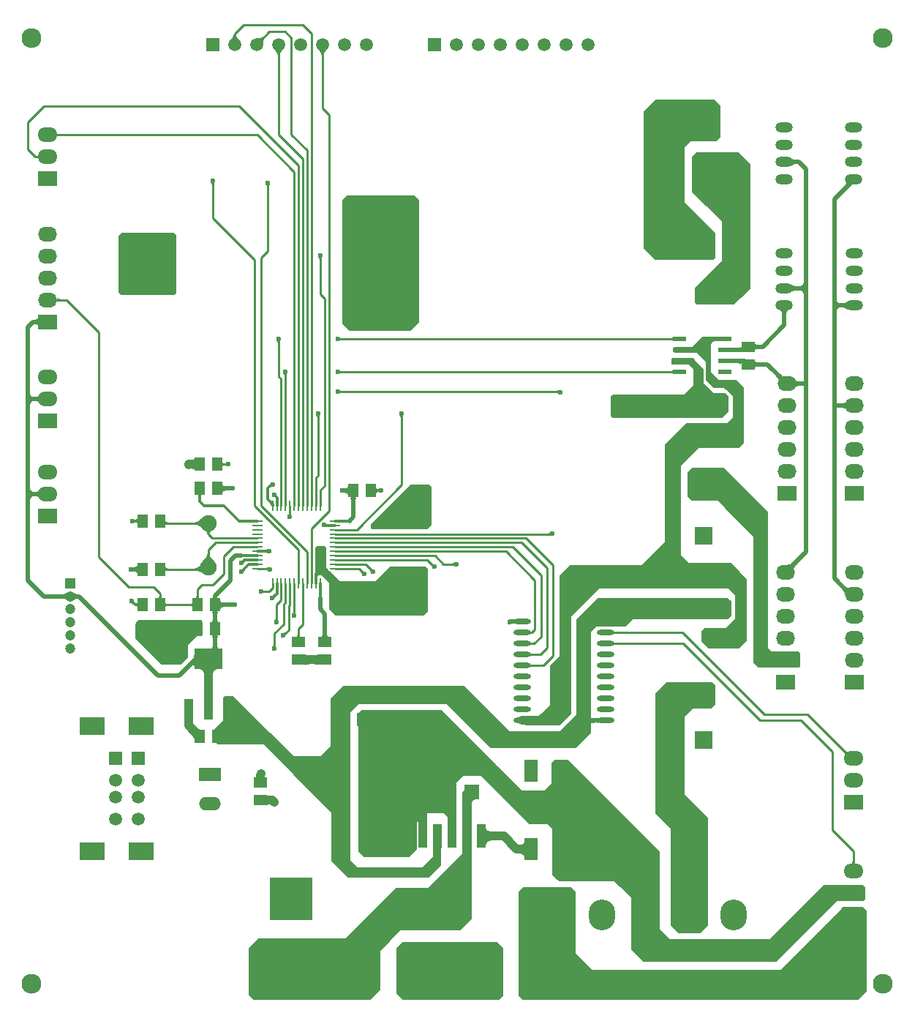
<source format=gtl>
G04 Layer_Physical_Order=1*
G04 Layer_Color=255*
%FSLAX44Y44*%
%MOMM*%
G71*
G01*
G75*
%ADD10O,0.2500X1.2700*%
%ADD11O,1.2700X0.2500*%
%ADD12R,1.2700X0.2500*%
%ADD13R,1.2700X1.6002*%
%ADD14R,3.3000X2.4000*%
%ADD15R,1.0000X2.4000*%
%ADD16R,1.6002X1.2700*%
%ADD17R,1.5240X0.5080*%
%ADD18R,10.0000X6.0000*%
%ADD19R,1.0700X2.7500*%
%ADD20R,1.7780X1.7780*%
%ADD21O,2.0000X0.6000*%
%ADD22C,0.2540*%
%ADD23C,0.5000*%
%ADD24C,1.0000*%
%ADD25C,0.3000*%
%ADD26O,2.2000X1.7000*%
%ADD27R,2.2000X1.7000*%
%ADD28R,2.0000X2.0000*%
%ADD29C,2.0000*%
%ADD30R,2.3000X1.7000*%
%ADD31O,2.3000X1.7000*%
%ADD32C,1.1999*%
%ADD33R,1.1999X1.1999*%
%ADD34R,1.5240X2.5400*%
%ADD35O,1.5240X2.5400*%
%ADD36O,3.0480X3.5560*%
%ADD37R,2.5400X1.5240*%
%ADD38O,2.5400X1.5240*%
%ADD39R,5.0000X5.0000*%
%ADD40O,2.0000X1.2000*%
%ADD41C,2.3000*%
%ADD42R,3.0000X2.0320*%
%ADD43C,1.5000*%
%ADD44R,1.5000X1.5000*%
%ADD45R,1.5000X1.5000*%
%ADD46C,1.9050*%
%ADD47C,0.6000*%
%ADD48C,1.2000*%
G36*
X61755Y-672575D02*
X61408Y-672252D01*
X61032Y-671963D01*
X60627Y-671708D01*
X60193Y-671488D01*
X59730Y-671301D01*
X59239Y-671148D01*
X58719Y-671029D01*
X58170Y-670944D01*
X57593Y-670893D01*
X56986Y-670876D01*
Y-665876D01*
X57593Y-665859D01*
X58170Y-665808D01*
X58719Y-665723D01*
X59239Y-665604D01*
X59730Y-665451D01*
X60193Y-665264D01*
X60627Y-665043D01*
X61032Y-664788D01*
X61408Y-664499D01*
X61755Y-664176D01*
Y-672575D01*
D02*
G37*
G36*
X140010Y-674201D02*
X140044Y-674380D01*
X140102Y-674565D01*
X140183Y-674756D01*
X140288Y-674955D01*
X140417Y-675160D01*
X140570Y-675372D01*
X140746Y-675591D01*
X141171Y-676049D01*
X139049Y-678171D01*
X138817Y-677947D01*
X138372Y-677570D01*
X138160Y-677417D01*
X137955Y-677288D01*
X137756Y-677183D01*
X137565Y-677102D01*
X137380Y-677044D01*
X137201Y-677010D01*
X137030Y-677000D01*
X140000Y-674030D01*
X140010Y-674201D01*
D02*
G37*
G36*
X143571Y-680540D02*
X143547Y-680377D01*
X143475Y-680231D01*
X143356Y-680102D01*
X143188Y-679990D01*
X142973Y-679895D01*
X142710Y-679818D01*
X142399Y-679757D01*
X142041Y-679714D01*
X141634Y-679689D01*
X141180Y-679680D01*
Y-676680D01*
X141634Y-676671D01*
X142399Y-676603D01*
X142710Y-676542D01*
X142973Y-676465D01*
X143188Y-676370D01*
X143356Y-676258D01*
X143475Y-676129D01*
X143547Y-675983D01*
X143571Y-675819D01*
Y-680540D01*
D02*
G37*
G36*
X70672Y-664499D02*
X71048Y-664788D01*
X71453Y-665043D01*
X71887Y-665264D01*
X72350Y-665451D01*
X72841Y-665604D01*
X73361Y-665723D01*
X73910Y-665808D01*
X74487Y-665859D01*
X75093Y-665876D01*
Y-670876D01*
X74487Y-670893D01*
X73910Y-670944D01*
X73361Y-671029D01*
X72841Y-671148D01*
X72350Y-671301D01*
X71887Y-671488D01*
X71453Y-671708D01*
X71048Y-671963D01*
X70672Y-672252D01*
X70325Y-672575D01*
Y-664176D01*
X70672Y-664499D01*
D02*
G37*
G36*
X214643Y-668158D02*
X214681Y-668595D01*
X214744Y-668980D01*
X214833Y-669315D01*
X214947Y-669597D01*
X215087Y-669829D01*
X215252Y-670009D01*
X215443Y-670137D01*
X215659Y-670214D01*
X215900Y-670240D01*
X210820D01*
X211061Y-670214D01*
X211277Y-670137D01*
X211468Y-670009D01*
X211633Y-669829D01*
X211772Y-669597D01*
X211887Y-669315D01*
X211976Y-668980D01*
X212039Y-668595D01*
X212077Y-668158D01*
X212090Y-667670D01*
X214630D01*
X214643Y-668158D01*
D02*
G37*
G36*
X171463D02*
X171501Y-668595D01*
X171564Y-668980D01*
X171653Y-669315D01*
X171768Y-669597D01*
X171907Y-669829D01*
X172072Y-670009D01*
X172263Y-670137D01*
X172479Y-670214D01*
X172720Y-670240D01*
X167640D01*
X167881Y-670214D01*
X168097Y-670137D01*
X168288Y-670009D01*
X168453Y-669829D01*
X168592Y-669597D01*
X168707Y-669315D01*
X168796Y-668980D01*
X168859Y-668595D01*
X168897Y-668158D01*
X168910Y-667670D01*
X171450D01*
X171463Y-668158D01*
D02*
G37*
G36*
X303891Y-668511D02*
X303667Y-668743D01*
X303290Y-669188D01*
X303137Y-669400D01*
X303008Y-669605D01*
X302903Y-669804D01*
X302822Y-669995D01*
X302764Y-670180D01*
X302730Y-670359D01*
X302720Y-670530D01*
X299750Y-667560D01*
X299921Y-667550D01*
X300100Y-667516D01*
X300285Y-667458D01*
X300476Y-667377D01*
X300675Y-667272D01*
X300880Y-667143D01*
X301092Y-666990D01*
X301311Y-666814D01*
X301769Y-666389D01*
X303891Y-668511D01*
D02*
G37*
G36*
X207071Y-680720D02*
X207045Y-680479D01*
X206968Y-680263D01*
X206840Y-680072D01*
X206660Y-679907D01*
X206428Y-679768D01*
X206146Y-679653D01*
X205812Y-679564D01*
X205426Y-679501D01*
X204989Y-679463D01*
X204501Y-679450D01*
Y-676910D01*
X204989Y-676897D01*
X205426Y-676859D01*
X205812Y-676796D01*
X206146Y-676707D01*
X206428Y-676592D01*
X206660Y-676453D01*
X206840Y-676288D01*
X206968Y-676097D01*
X207045Y-675881D01*
X207071Y-675640D01*
Y-680720D01*
D02*
G37*
G36*
X238205Y-686200D02*
X237780Y-686350D01*
X237405Y-686600D01*
X237080Y-686951D01*
X236805Y-687401D01*
X236580Y-687951D01*
X236405Y-688600D01*
X236280Y-689351D01*
X236205Y-690201D01*
X236180Y-691151D01*
X231180D01*
X231155Y-690201D01*
X231080Y-689351D01*
X230955Y-688600D01*
X230780Y-687951D01*
X230555Y-687401D01*
X230280Y-686951D01*
X229955Y-686600D01*
X229580Y-686350D01*
X229155Y-686200D01*
X228680Y-686151D01*
X238680D01*
X238205Y-686200D01*
D02*
G37*
G36*
X306078Y-694287D02*
X306103Y-694577D01*
X306145Y-694852D01*
X306203Y-695112D01*
X306278Y-695357D01*
X306369Y-695587D01*
X306477Y-695802D01*
X306601Y-696002D01*
X306742Y-696187D01*
X306900Y-696358D01*
X302700D01*
X302858Y-696187D01*
X302999Y-696002D01*
X303123Y-695802D01*
X303231Y-695587D01*
X303323Y-695357D01*
X303397Y-695112D01*
X303455Y-694852D01*
X303497Y-694577D01*
X303522Y-694287D01*
X303530Y-693982D01*
X306070D01*
X306078Y-694287D01*
D02*
G37*
G36*
X236205Y-694105D02*
X236280Y-694960D01*
X236405Y-695715D01*
X236580Y-696369D01*
X236805Y-696922D01*
X237080Y-697375D01*
X237405Y-697727D01*
X237780Y-697979D01*
X238205Y-698130D01*
X238680Y-698180D01*
X228680D01*
X229155Y-698130D01*
X229580Y-697979D01*
X229955Y-697727D01*
X230280Y-697375D01*
X230555Y-696922D01*
X230780Y-696369D01*
X230955Y-695715D01*
X231080Y-694960D01*
X231155Y-694105D01*
X231180Y-693149D01*
X236180D01*
X236205Y-694105D01*
D02*
G37*
G36*
X362000Y-612000D02*
Y-620000D01*
X362000Y-635000D01*
X364677Y-637677D01*
X365286Y-638589D01*
X366199Y-639199D01*
X378000Y-651000D01*
X413000Y-651000D01*
X419000D01*
X426000Y-644000D01*
X436000Y-634000D01*
X477000D01*
X479000Y-636000D01*
X480000Y-637000D01*
Y-645000D01*
Y-686000D01*
X476000Y-690000D01*
X475000Y-691000D01*
X390000D01*
X390000Y-691000D01*
X373000Y-691000D01*
X366000Y-684000D01*
X366000Y-670000D01*
Y-653000D01*
X357000Y-644000D01*
X353000D01*
X351000Y-646000D01*
X349000D01*
Y-642000D01*
X350000Y-641000D01*
Y-612000D01*
X352000Y-610000D01*
X360000D01*
X362000Y-612000D01*
D02*
G37*
G36*
X176495Y-675881D02*
X176572Y-676097D01*
X176700Y-676288D01*
X176880Y-676453D01*
X177112Y-676592D01*
X177394Y-676707D01*
X177729Y-676796D01*
X178114Y-676859D01*
X178551Y-676897D01*
X179039Y-676910D01*
Y-679450D01*
X178551Y-679463D01*
X178114Y-679501D01*
X177729Y-679564D01*
X177394Y-679653D01*
X177112Y-679768D01*
X176880Y-679907D01*
X176700Y-680072D01*
X176572Y-680263D01*
X176495Y-680479D01*
X176469Y-680720D01*
Y-675640D01*
X176495Y-675881D01*
D02*
G37*
G36*
X240019Y-673655D02*
X240170Y-674080D01*
X240422Y-674455D01*
X240774Y-674780D01*
X241227Y-675055D01*
X241780Y-675280D01*
X242434Y-675455D01*
X243189Y-675580D01*
X244044Y-675655D01*
X245000Y-675680D01*
Y-680680D01*
X244044Y-680705D01*
X243189Y-680780D01*
X242434Y-680905D01*
X241780Y-681080D01*
X241227Y-681305D01*
X240774Y-681580D01*
X240422Y-681905D01*
X240170Y-682280D01*
X240019Y-682705D01*
X239969Y-683180D01*
Y-673180D01*
X240019Y-673655D01*
D02*
G37*
G36*
X326516Y-686425D02*
X326524Y-686729D01*
X326548Y-687020D01*
X326587Y-687296D01*
X326643Y-687557D01*
X326714Y-687805D01*
X326801Y-688038D01*
X326904Y-688257D01*
X327023Y-688461D01*
X327158Y-688652D01*
X327308Y-688828D01*
X323112Y-688651D01*
X323276Y-688488D01*
X323423Y-688308D01*
X323553Y-688113D01*
X323665Y-687902D01*
X323760Y-687676D01*
X323838Y-687433D01*
X323898Y-687175D01*
X323941Y-686902D01*
X323967Y-686612D01*
X323976Y-686307D01*
X326516Y-686425D01*
D02*
G37*
G36*
X510858Y-633100D02*
X510687Y-632942D01*
X510502Y-632801D01*
X510302Y-632677D01*
X510087Y-632569D01*
X509857Y-632477D01*
X509612Y-632403D01*
X509352Y-632345D01*
X509077Y-632303D01*
X508787Y-632278D01*
X508482Y-632270D01*
Y-629730D01*
X508787Y-629722D01*
X509077Y-629697D01*
X509352Y-629655D01*
X509612Y-629597D01*
X509857Y-629523D01*
X510087Y-629431D01*
X510302Y-629323D01*
X510502Y-629199D01*
X510687Y-629058D01*
X510858Y-628900D01*
Y-633100D01*
D02*
G37*
G36*
X485266Y-630456D02*
X485490Y-630639D01*
X485714Y-630794D01*
X485937Y-630920D01*
X486159Y-631019D01*
X486381Y-631090D01*
X486603Y-631132D01*
X486824Y-631147D01*
X487044Y-631133D01*
X487264Y-631092D01*
X485078Y-634678D01*
X485020Y-634468D01*
X484946Y-634257D01*
X484855Y-634045D01*
X484746Y-633832D01*
X484620Y-633617D01*
X484477Y-633402D01*
X484140Y-632968D01*
X483945Y-632749D01*
X483734Y-632530D01*
X485042Y-630246D01*
X485266Y-630456D01*
D02*
G37*
G36*
X294341Y-638511D02*
X294261Y-638321D01*
X294154Y-638153D01*
X294022Y-638003D01*
X293864Y-637874D01*
X293681Y-637765D01*
X293472Y-637675D01*
X293237Y-637606D01*
X292977Y-637556D01*
X292691Y-637526D01*
X292380Y-637516D01*
X293822Y-634976D01*
X294145Y-634974D01*
X295444Y-634890D01*
X295641Y-634859D01*
X295973Y-634783D01*
X296108Y-634738D01*
X294341Y-638511D01*
D02*
G37*
G36*
X907259Y-631076D02*
X906449Y-631922D01*
X905222Y-633430D01*
X904807Y-634092D01*
X904523Y-634693D01*
X904371Y-635233D01*
X904350Y-635712D01*
X904461Y-636129D01*
X904704Y-636485D01*
X905078Y-636781D01*
X896271Y-631488D01*
X896732Y-631693D01*
X897239Y-631782D01*
X897793Y-631754D01*
X898392Y-631611D01*
X899037Y-631351D01*
X899729Y-630975D01*
X900467Y-630482D01*
X901251Y-629873D01*
X902081Y-629148D01*
X902957Y-628307D01*
X907259Y-631076D01*
D02*
G37*
G36*
X294037Y-618269D02*
X293906Y-618169D01*
X293753Y-618080D01*
X293578Y-618002D01*
X293383Y-617934D01*
X293166Y-617877D01*
X292927Y-617830D01*
X292668Y-617793D01*
X292084Y-617751D01*
X291760Y-617746D01*
X291475Y-614746D01*
X291797Y-614739D01*
X292374Y-614686D01*
X292630Y-614640D01*
X292863Y-614580D01*
X293073Y-614507D01*
X293262Y-614421D01*
X293428Y-614322D01*
X293571Y-614209D01*
X293693Y-614083D01*
X294037Y-618269D01*
D02*
G37*
G36*
X227324Y-619880D02*
X227486Y-620559D01*
X227756Y-621283D01*
X228134Y-622051D01*
X228619Y-622864D01*
X229213Y-623722D01*
X229915Y-624624D01*
X231642Y-626562D01*
X232668Y-627598D01*
X219333D01*
X220358Y-626562D01*
X222085Y-624624D01*
X222787Y-623722D01*
X223381Y-622864D01*
X223866Y-622051D01*
X224244Y-621283D01*
X224514Y-620559D01*
X224676Y-619880D01*
X224730Y-619245D01*
X227270D01*
X227324Y-619880D01*
D02*
G37*
G36*
X268331Y-627871D02*
X268107Y-628103D01*
X267730Y-628548D01*
X267577Y-628760D01*
X267448Y-628965D01*
X267343Y-629164D01*
X267262Y-629355D01*
X267204Y-629540D01*
X267170Y-629719D01*
X267160Y-629890D01*
X264190Y-626920D01*
X264361Y-626910D01*
X264540Y-626876D01*
X264725Y-626818D01*
X264916Y-626737D01*
X265115Y-626632D01*
X265320Y-626503D01*
X265532Y-626350D01*
X265751Y-626174D01*
X266209Y-625749D01*
X268331Y-627871D01*
D02*
G37*
G36*
X176475Y-634701D02*
X176552Y-634917D01*
X176680Y-635108D01*
X176860Y-635273D01*
X177092Y-635412D01*
X177374Y-635527D01*
X177709Y-635616D01*
X178094Y-635679D01*
X178531Y-635717D01*
X179020Y-635730D01*
Y-638270D01*
X178531Y-638283D01*
X178094Y-638321D01*
X177709Y-638384D01*
X177374Y-638473D01*
X177092Y-638587D01*
X176860Y-638727D01*
X176680Y-638892D01*
X176552Y-639083D01*
X176475Y-639299D01*
X176449Y-639540D01*
Y-634460D01*
X176475Y-634701D01*
D02*
G37*
G36*
X221276Y-642671D02*
X219792Y-641835D01*
X213289Y-638666D01*
X212606Y-638446D01*
X212036Y-638314D01*
X211582Y-638270D01*
X210853Y-635730D01*
X211565Y-635671D01*
X212269Y-635494D01*
X212965Y-635200D01*
X213654Y-634788D01*
X214336Y-634258D01*
X215011Y-633610D01*
X215678Y-632845D01*
X216338Y-631962D01*
X216991Y-630961D01*
X217636Y-629842D01*
X221276Y-642671D01*
D02*
G37*
G36*
X962681Y-656110D02*
X964191Y-657339D01*
X964856Y-657758D01*
X965461Y-658047D01*
X966006Y-658205D01*
X966492Y-658234D01*
X966917Y-658132D01*
X967283Y-657900D01*
X967589Y-657538D01*
X962062Y-666099D01*
X962278Y-665650D01*
X962376Y-665153D01*
X962358Y-664609D01*
X962222Y-664018D01*
X961968Y-663379D01*
X961597Y-662693D01*
X961109Y-661960D01*
X960503Y-661179D01*
X959781Y-660351D01*
X958940Y-659476D01*
X961836Y-655301D01*
X962681Y-656110D01*
D02*
G37*
G36*
X357015Y-668793D02*
X353477D01*
X353528Y-668692D01*
X353574Y-668498D01*
X353614Y-668209D01*
X353679Y-667350D01*
X353746Y-663560D01*
X356746D01*
X357015Y-668793D01*
D02*
G37*
G36*
X404325Y-638737D02*
X404548Y-638924D01*
X404771Y-639090D01*
X404996Y-639232D01*
X405222Y-639353D01*
X405449Y-639451D01*
X405678Y-639527D01*
X405907Y-639580D01*
X406138Y-639611D01*
X406370Y-639620D01*
X403400Y-642590D01*
X403391Y-642358D01*
X403360Y-642127D01*
X403307Y-641898D01*
X403231Y-641669D01*
X403133Y-641442D01*
X403012Y-641216D01*
X402870Y-640991D01*
X402705Y-640768D01*
X402517Y-640545D01*
X402307Y-640323D01*
X404103Y-638527D01*
X404325Y-638737D01*
D02*
G37*
G36*
X414485Y-636197D02*
X414707Y-636385D01*
X414931Y-636550D01*
X415156Y-636692D01*
X415382Y-636813D01*
X415610Y-636911D01*
X415838Y-636987D01*
X416067Y-637040D01*
X416298Y-637071D01*
X416530Y-637080D01*
X413560Y-640050D01*
X413551Y-639818D01*
X413520Y-639587D01*
X413467Y-639358D01*
X413391Y-639129D01*
X413293Y-638902D01*
X413172Y-638676D01*
X413030Y-638451D01*
X412864Y-638228D01*
X412677Y-638005D01*
X412467Y-637783D01*
X414263Y-635987D01*
X414485Y-636197D01*
D02*
G37*
G36*
X268331Y-638031D02*
X268107Y-638263D01*
X267730Y-638708D01*
X267577Y-638920D01*
X267448Y-639125D01*
X267343Y-639324D01*
X267262Y-639515D01*
X267204Y-639700D01*
X267170Y-639879D01*
X267160Y-640050D01*
X264190Y-637080D01*
X264361Y-637070D01*
X264540Y-637036D01*
X264725Y-636978D01*
X264916Y-636897D01*
X265115Y-636792D01*
X265320Y-636663D01*
X265532Y-636510D01*
X265751Y-636334D01*
X266209Y-635909D01*
X268331Y-638031D01*
D02*
G37*
G36*
X143551Y-642000D02*
X143501Y-641525D01*
X143350Y-641100D01*
X143098Y-640725D01*
X142746Y-640400D01*
X142293Y-640125D01*
X141740Y-639900D01*
X141086Y-639725D01*
X140331Y-639600D01*
X139476Y-639525D01*
X138520Y-639500D01*
Y-634500D01*
X139476Y-634475D01*
X140331Y-634400D01*
X141086Y-634275D01*
X141740Y-634100D01*
X142293Y-633875D01*
X142746Y-633600D01*
X143098Y-633275D01*
X143350Y-632900D01*
X143501Y-632475D01*
X143551Y-632000D01*
Y-642000D01*
D02*
G37*
G36*
X580682Y-700304D02*
X580609Y-700286D01*
X580438Y-700270D01*
X579341Y-700234D01*
X575560Y-700210D01*
Y-695210D01*
X580682Y-695116D01*
Y-700304D01*
D02*
G37*
G36*
X813000Y-772000D02*
Y-773000D01*
X813000Y-793000D01*
X808000Y-798000D01*
X798000Y-798000D01*
X787000D01*
X784000Y-801000D01*
X777000Y-808000D01*
Y-870000D01*
Y-897000D01*
X784000Y-904000D01*
X804000Y-924000D01*
Y-1044000D01*
Y-1049000D01*
X799000Y-1054000D01*
X795000Y-1058000D01*
X770000D01*
X766000Y-1054000D01*
X761000Y-1049000D01*
Y-1005000D01*
Y-937000D01*
X752000Y-928000D01*
X743000Y-919000D01*
Y-797000D01*
Y-781000D01*
X752000Y-772000D01*
X756000Y-768000D01*
X809000D01*
X813000Y-772000D01*
D02*
G37*
G36*
X209941Y-817490D02*
X213491Y-820566D01*
X215031Y-821690D01*
X216414Y-822538D01*
X217639Y-823110D01*
X218708Y-823406D01*
X219619Y-823427D01*
X220373Y-823171D01*
X220970Y-822640D01*
X209611Y-837301D01*
X210007Y-836569D01*
X210157Y-835709D01*
X210061Y-834722D01*
X209719Y-833609D01*
X209132Y-832368D01*
X208299Y-831000D01*
X207220Y-829506D01*
X205896Y-827884D01*
X202509Y-824260D01*
X207929Y-815538D01*
X209941Y-817490D01*
D02*
G37*
G36*
X963613Y-846799D02*
X963984Y-847116D01*
X964333Y-847378D01*
X964662Y-847582D01*
X964971Y-847731D01*
X965258Y-847822D01*
X965524Y-847858D01*
X965769Y-847837D01*
X965993Y-847759D01*
X966197Y-847625D01*
X962313Y-850892D01*
X962477Y-850717D01*
X962581Y-850519D01*
X962626Y-850296D01*
X962612Y-850050D01*
X962538Y-849780D01*
X962404Y-849486D01*
X962212Y-849168D01*
X961959Y-848827D01*
X961648Y-848461D01*
X961276Y-848072D01*
X963221Y-846425D01*
X963613Y-846799D01*
D02*
G37*
G36*
X235110Y-752659D02*
X234260Y-752960D01*
X233510Y-753462D01*
X232860Y-754164D01*
X232310Y-755067D01*
X231860Y-756170D01*
X231510Y-757474D01*
X231260Y-758979D01*
X231110Y-760684D01*
X231060Y-762589D01*
X221060D01*
X221010Y-760684D01*
X220860Y-758979D01*
X220610Y-757474D01*
X220260Y-756170D01*
X219810Y-755067D01*
X219260Y-754164D01*
X218610Y-753462D01*
X217860Y-752960D01*
X217010Y-752659D01*
X216060Y-752559D01*
X236060D01*
X235110Y-752659D01*
D02*
G37*
G36*
X209621Y-749481D02*
X209585Y-748839D01*
X209478Y-748339D01*
X209300Y-747983D01*
X209050Y-747769D01*
X208729Y-747698D01*
X208337Y-747769D01*
X207874Y-747983D01*
X207339Y-748339D01*
X206733Y-748839D01*
X206055Y-749481D01*
Y-742410D01*
X206733Y-741697D01*
X207339Y-740985D01*
X207874Y-740275D01*
X208337Y-739566D01*
X208729Y-738859D01*
X209050Y-738152D01*
X209300Y-737447D01*
X209478Y-736743D01*
X209585Y-736040D01*
X209621Y-735339D01*
Y-749481D01*
D02*
G37*
G36*
X859000Y-556000D02*
X874000Y-571000D01*
Y-718000D01*
Y-728000D01*
X876000Y-730000D01*
X878000Y-732000D01*
X909000D01*
X911000Y-734000D01*
Y-741000D01*
Y-749000D01*
X909000Y-751000D01*
X863000D01*
X862000Y-750000D01*
X857000Y-745000D01*
Y-692000D01*
Y-599000D01*
X824000Y-566000D01*
X816000Y-558000D01*
X786000D01*
X783000Y-555000D01*
X781000Y-553000D01*
Y-548000D01*
Y-525000D01*
X784000Y-522000D01*
X786000Y-520000D01*
X823000D01*
X859000Y-556000D01*
D02*
G37*
G36*
X597766Y-746231D02*
X597876Y-746443D01*
X598060Y-746629D01*
X598318Y-746792D01*
X598649Y-746929D01*
X599054Y-747041D01*
X599532Y-747128D01*
X600084Y-747190D01*
X600709Y-747228D01*
X601408Y-747240D01*
Y-749780D01*
X600709Y-749792D01*
X599532Y-749892D01*
X599054Y-749979D01*
X598649Y-750091D01*
X598318Y-750229D01*
X598060Y-750390D01*
X597876Y-750577D01*
X597766Y-750789D01*
X597729Y-751026D01*
Y-745994D01*
X597766Y-746231D01*
D02*
G37*
G36*
X294027Y-898618D02*
X294197Y-898732D01*
X294481Y-898832D01*
X294878Y-898919D01*
X295388Y-898993D01*
X296749Y-899100D01*
X299640Y-899160D01*
Y-909160D01*
X298563Y-909167D01*
X294878Y-909401D01*
X294481Y-909488D01*
X294197Y-909588D01*
X294027Y-909702D01*
X293971Y-909829D01*
Y-898491D01*
X294027Y-898618D01*
D02*
G37*
G36*
X651000Y-1010000D02*
Y-1022000D01*
Y-1081000D01*
X656000Y-1086000D01*
X670000Y-1100000D01*
X888000D01*
X958000Y-1030000D01*
X960000Y-1028000D01*
X984000D01*
X985000Y-1029000D01*
X988000Y-1032000D01*
Y-1057000D01*
Y-1125000D01*
X982000Y-1131000D01*
X978155Y-1134845D01*
X589925D01*
X585000Y-1129920D01*
Y-1010000D01*
X590000Y-1005000D01*
X646000D01*
X651000Y-1010000D01*
D02*
G37*
G36*
X567000Y-1075000D02*
Y-1078000D01*
Y-1130000D01*
X563000Y-1134000D01*
X562155Y-1134845D01*
X450845D01*
X449000Y-1133000D01*
X444000Y-1128000D01*
Y-1082000D01*
Y-1075000D01*
X447000Y-1072000D01*
X451000Y-1068000D01*
X560000D01*
X567000Y-1075000D01*
D02*
G37*
G36*
X531000Y-891000D02*
Y-903188D01*
X535000Y-903179D01*
X534050Y-903281D01*
X533200Y-903584D01*
X532450Y-904087D01*
X531800Y-904790D01*
X531250Y-905692D01*
X531000Y-906305D01*
Y-955000D01*
Y-1041000D01*
X530000Y-1042000D01*
X517000Y-1055000D01*
X448000D01*
X436000Y-1067000D01*
X425000Y-1078000D01*
Y-1098000D01*
Y-1124000D01*
X422000Y-1127000D01*
X414155Y-1134845D01*
X278845D01*
X273000Y-1129000D01*
Y-1122000D01*
Y-1075000D01*
X275000Y-1073000D01*
X284000Y-1064000D01*
X385000D01*
X405000Y-1044000D01*
X443000Y-1006000D01*
X480000D01*
X514000Y-972000D01*
X519893Y-966107D01*
X519680Y-959465D01*
X520000D01*
Y-932027D01*
X519680D01*
X519741Y-931926D01*
X519795Y-931627D01*
X519843Y-931126D01*
X519949Y-928427D01*
X520000Y-922027D01*
X520000D01*
Y-913210D01*
X520000D01*
X520000Y-913209D01*
Y-895000D01*
X529000Y-889000D01*
X531000Y-891000D01*
D02*
G37*
G36*
X560000Y-864000D02*
X589000Y-893000D01*
X615000D01*
X619000Y-889000D01*
X623000Y-885000D01*
Y-874000D01*
Y-861000D01*
X624000Y-860000D01*
X627000Y-857000D01*
X642000D01*
X715000Y-930000D01*
X748000Y-963000D01*
Y-1030000D01*
Y-1053000D01*
X752000Y-1057000D01*
X760000Y-1065000D01*
X875000D01*
X911000Y-1029000D01*
X938000Y-1002000D01*
X983000D01*
X986000Y-1005000D01*
Y-1010000D01*
Y-1019000D01*
X984000Y-1021000D01*
X953000D01*
X936000Y-1038000D01*
X883000Y-1091000D01*
X729000D01*
X715000Y-1077000D01*
Y-1048000D01*
Y-1017000D01*
X703000Y-1005000D01*
X696000Y-998000D01*
X632000D01*
X630000Y-996000D01*
X624000Y-990000D01*
Y-953000D01*
Y-937000D01*
X622000Y-935000D01*
X619000Y-932000D01*
X598000D01*
X573000Y-907000D01*
X542000Y-876000D01*
X521000D01*
X513000Y-884000D01*
Y-899000D01*
Y-922027D01*
X513320Y-932027D01*
X513000D01*
Y-935000D01*
X511000Y-937000D01*
X505000D01*
Y-932027D01*
X502681D01*
X502741Y-931926D01*
X502795Y-931627D01*
X502843Y-931126D01*
X502949Y-928427D01*
X502984Y-923984D01*
X502000Y-923000D01*
X498000Y-919000D01*
X478000D01*
X474973Y-922027D01*
X479000D01*
X479319Y-932027D01*
X468680D01*
X468741Y-931926D01*
X468796Y-931627D01*
X468843Y-931126D01*
X468949Y-928427D01*
X468952Y-928048D01*
X467000Y-930000D01*
Y-937000D01*
Y-961000D01*
X466000Y-962000D01*
X458000Y-970000D01*
X406000D01*
X400000Y-964000D01*
Y-811000D01*
Y-803000D01*
X401000Y-802000D01*
X403000Y-800000D01*
X496000D01*
X560000Y-864000D01*
D02*
G37*
G36*
X547389Y-936696D02*
X547690Y-937546D01*
X548192Y-938296D01*
X548894Y-938946D01*
X549797Y-939496D01*
X550900Y-939946D01*
X552204Y-940296D01*
X553708Y-940546D01*
X555414Y-940696D01*
X557319Y-940746D01*
Y-950746D01*
X555414Y-950796D01*
X553708Y-950946D01*
X552204Y-951196D01*
X550900Y-951546D01*
X549797Y-951996D01*
X548894Y-952546D01*
X548192Y-953196D01*
X547690Y-953946D01*
X547389Y-954796D01*
X547289Y-955746D01*
Y-935746D01*
X547389Y-936696D01*
D02*
G37*
G36*
X591423Y-969392D02*
X591338Y-968724D01*
X591081Y-968126D01*
X590653Y-967598D01*
X590055Y-967140D01*
X589286Y-966753D01*
X588345Y-966436D01*
X587234Y-966190D01*
X585951Y-966014D01*
X584497Y-965908D01*
X582873Y-965873D01*
Y-955873D01*
X584497Y-955838D01*
X587234Y-955556D01*
X588345Y-955310D01*
X589286Y-954993D01*
X590055Y-954606D01*
X590653Y-954148D01*
X591081Y-953621D01*
X591338Y-953022D01*
X591423Y-952354D01*
Y-969392D01*
D02*
G37*
G36*
X973723Y-975898D02*
X973761Y-976335D01*
X973824Y-976720D01*
X973913Y-977055D01*
X974027Y-977337D01*
X974167Y-977569D01*
X974332Y-977749D01*
X974523Y-977877D01*
X974739Y-977954D01*
X974980Y-977980D01*
X969900D01*
X970141Y-977954D01*
X970357Y-977877D01*
X970548Y-977749D01*
X970713Y-977569D01*
X970853Y-977337D01*
X970967Y-977055D01*
X971056Y-976720D01*
X971119Y-976335D01*
X971157Y-975898D01*
X971170Y-975409D01*
X973710D01*
X973723Y-975898D01*
D02*
G37*
G36*
X331483Y-712989D02*
X331521Y-713426D01*
X331584Y-713811D01*
X331673Y-714146D01*
X331787Y-714428D01*
X331927Y-714660D01*
X332092Y-714840D01*
X332283Y-714968D01*
X332499Y-715045D01*
X332740Y-715071D01*
X327660D01*
X327901Y-715045D01*
X328117Y-714968D01*
X328308Y-714840D01*
X328473Y-714660D01*
X328613Y-714428D01*
X328727Y-714146D01*
X328816Y-713811D01*
X328879Y-713426D01*
X328917Y-712989D01*
X328930Y-712501D01*
X331470D01*
X331483Y-712989D01*
D02*
G37*
G36*
X238205Y-714140D02*
X237780Y-714290D01*
X237405Y-714540D01*
X237080Y-714891D01*
X236805Y-715340D01*
X236580Y-715891D01*
X236405Y-716541D01*
X236280Y-717290D01*
X236205Y-718140D01*
X236180Y-719090D01*
X231180D01*
X231155Y-718140D01*
X231080Y-717290D01*
X230955Y-716541D01*
X230780Y-715891D01*
X230555Y-715340D01*
X230280Y-714891D01*
X229955Y-714540D01*
X229580Y-714290D01*
X229155Y-714140D01*
X228680Y-714090D01*
X238680D01*
X238205Y-714140D01*
D02*
G37*
G36*
X694286Y-720831D02*
X694396Y-721043D01*
X694580Y-721229D01*
X694838Y-721392D01*
X695169Y-721529D01*
X695574Y-721641D01*
X696052Y-721728D01*
X696604Y-721790D01*
X697229Y-721828D01*
X697928Y-721840D01*
Y-724380D01*
X697229Y-724392D01*
X696052Y-724492D01*
X695574Y-724579D01*
X695169Y-724691D01*
X694838Y-724828D01*
X694580Y-724990D01*
X694396Y-725177D01*
X694286Y-725389D01*
X694249Y-725626D01*
Y-720594D01*
X694286Y-720831D01*
D02*
G37*
G36*
X363205Y-710996D02*
X363280Y-711851D01*
X363405Y-712606D01*
X363580Y-713260D01*
X363805Y-713813D01*
X364080Y-714266D01*
X364405Y-714618D01*
X364780Y-714870D01*
X365205Y-715021D01*
X365680Y-715071D01*
X355680D01*
X356155Y-715021D01*
X356580Y-714870D01*
X356955Y-714618D01*
X357280Y-714266D01*
X357555Y-713813D01*
X357780Y-713260D01*
X357955Y-712606D01*
X358080Y-711851D01*
X358155Y-710996D01*
X358180Y-710041D01*
X363180D01*
X363205Y-710996D01*
D02*
G37*
G36*
X830000Y-673000D02*
X831000Y-674000D01*
Y-681000D01*
X831000Y-691000D01*
X827000Y-695000D01*
X812000Y-695000D01*
X717000D01*
X709000Y-703000D01*
X692000Y-703000D01*
X675000D01*
X669000Y-709000D01*
Y-757000D01*
Y-809165D01*
X670859Y-809344D01*
X673989Y-809451D01*
X677387Y-809258D01*
X677695Y-809192D01*
X677925Y-809117D01*
Y-814903D01*
X677695Y-814828D01*
X677387Y-814762D01*
X677000Y-814703D01*
X675989Y-814608D01*
X674788Y-814561D01*
X671762Y-814762D01*
X669000Y-814945D01*
Y-826000D01*
X660000Y-835000D01*
X651000Y-844000D01*
X553000D01*
X511000Y-802000D01*
X502000Y-793000D01*
X400000D01*
X393000Y-800000D01*
X390018Y-802982D01*
X390159Y-803029D01*
X390000D01*
Y-811000D01*
Y-973000D01*
X397000Y-980000D01*
X399000Y-982000D01*
X473000D01*
X481000Y-974000D01*
X486000Y-969000D01*
Y-954000D01*
Y-941000D01*
X489000Y-938000D01*
X495000D01*
Y-959435D01*
X496000D01*
X495525Y-959485D01*
X495100Y-959636D01*
X495000Y-959703D01*
Y-980000D01*
X492000Y-983000D01*
X481000Y-994000D01*
X388000D01*
X369000Y-975000D01*
X368000Y-974000D01*
Y-965000D01*
Y-918000D01*
X324000Y-874000D01*
X290000Y-840000D01*
X237000D01*
X232000Y-835000D01*
Y-827000D01*
Y-823737D01*
X231150Y-822640D01*
X231747Y-823171D01*
X232000Y-823257D01*
Y-823000D01*
X236000Y-819000D01*
X243000Y-812000D01*
Y-803000D01*
Y-786000D01*
X245000Y-784000D01*
X255000D01*
X256000Y-785000D01*
X324000Y-853000D01*
X356000D01*
X360000Y-849000D01*
X367000Y-842000D01*
Y-829000D01*
Y-787000D01*
X377000Y-777000D01*
X382000Y-772000D01*
X522000D01*
X561000Y-811000D01*
X574000Y-824000D01*
X633000D01*
X645000Y-812000D01*
X652000Y-805000D01*
Y-779000D01*
Y-695000D01*
X668000Y-679000D01*
X677000Y-670000D01*
X827000D01*
X830000Y-673000D01*
D02*
G37*
G36*
X694286Y-708131D02*
X694396Y-708343D01*
X694580Y-708530D01*
X694838Y-708691D01*
X695169Y-708829D01*
X695574Y-708941D01*
X696052Y-709028D01*
X696604Y-709090D01*
X697229Y-709128D01*
X697928Y-709140D01*
Y-711680D01*
X697229Y-711693D01*
X696052Y-711792D01*
X695574Y-711879D01*
X695169Y-711992D01*
X694838Y-712129D01*
X694580Y-712290D01*
X694396Y-712477D01*
X694286Y-712689D01*
X694249Y-712926D01*
Y-707894D01*
X694286Y-708131D01*
D02*
G37*
G36*
X316513Y-711443D02*
X316303Y-711665D01*
X316115Y-711888D01*
X315950Y-712111D01*
X315808Y-712336D01*
X315687Y-712562D01*
X315589Y-712790D01*
X315513Y-713018D01*
X315460Y-713247D01*
X315429Y-713478D01*
X315420Y-713710D01*
X312450Y-710740D01*
X312682Y-710731D01*
X312913Y-710700D01*
X313142Y-710647D01*
X313370Y-710571D01*
X313598Y-710473D01*
X313824Y-710352D01*
X314049Y-710210D01*
X314272Y-710044D01*
X314495Y-709857D01*
X314717Y-709647D01*
X316513Y-711443D01*
D02*
G37*
G36*
X597766Y-720831D02*
X597876Y-721043D01*
X598060Y-721229D01*
X598318Y-721392D01*
X598649Y-721529D01*
X599054Y-721641D01*
X599532Y-721728D01*
X600084Y-721790D01*
X600709Y-721828D01*
X601408Y-721840D01*
Y-724380D01*
X600709Y-724392D01*
X599532Y-724492D01*
X599054Y-724579D01*
X598649Y-724691D01*
X598318Y-724828D01*
X598060Y-724990D01*
X597876Y-725177D01*
X597766Y-725389D01*
X597729Y-725626D01*
Y-720594D01*
X597766Y-720831D01*
D02*
G37*
G36*
X235448Y-734768D02*
X234656Y-735580D01*
X232746Y-737791D01*
X232265Y-738454D01*
X231862Y-739078D01*
X231536Y-739666D01*
X231288Y-740215D01*
X231118Y-740728D01*
X231026Y-741202D01*
X225478Y-735654D01*
X225952Y-735562D01*
X226465Y-735392D01*
X227015Y-735144D01*
X227602Y-734818D01*
X228226Y-734415D01*
X228889Y-733934D01*
X230326Y-732738D01*
X231912Y-731232D01*
X235448Y-734768D01*
D02*
G37*
G36*
X222566Y-744197D02*
X222259Y-743992D01*
X221780Y-743809D01*
X221128Y-743648D01*
X220303Y-743508D01*
X218136Y-743292D01*
X215278Y-743163D01*
X211730Y-743120D01*
Y-738120D01*
X213590Y-738109D01*
X221128Y-737592D01*
X221780Y-737431D01*
X222259Y-737248D01*
X222566Y-737043D01*
Y-744197D01*
D02*
G37*
G36*
X218000Y-714000D02*
X213000D01*
X209000Y-718000D01*
X202000Y-725000D01*
Y-728000D01*
Y-739000D01*
X197000Y-744000D01*
X194000Y-747000D01*
X171000D01*
X147000Y-723000D01*
X141000Y-717000D01*
Y-709000D01*
Y-700000D01*
X142000Y-699000D01*
X145000Y-696000D01*
X218000D01*
Y-714000D01*
D02*
G37*
G36*
X597766Y-733531D02*
X597876Y-733743D01*
X598060Y-733930D01*
X598318Y-734091D01*
X598649Y-734229D01*
X599054Y-734341D01*
X599532Y-734428D01*
X600084Y-734490D01*
X600709Y-734528D01*
X601408Y-734540D01*
Y-737080D01*
X600709Y-737093D01*
X599532Y-737192D01*
X599054Y-737279D01*
X598649Y-737392D01*
X598318Y-737529D01*
X598060Y-737691D01*
X597876Y-737877D01*
X597766Y-738089D01*
X597729Y-738326D01*
Y-733294D01*
X597766Y-733531D01*
D02*
G37*
G36*
X303538Y-724767D02*
X303563Y-725057D01*
X303605Y-725332D01*
X303663Y-725592D01*
X303738Y-725837D01*
X303829Y-726067D01*
X303937Y-726282D01*
X304061Y-726482D01*
X304202Y-726667D01*
X304360Y-726838D01*
X300160D01*
X300318Y-726667D01*
X300459Y-726482D01*
X300583Y-726282D01*
X300691Y-726067D01*
X300783Y-725837D01*
X300857Y-725592D01*
X300915Y-725332D01*
X300957Y-725057D01*
X300982Y-724767D01*
X300990Y-724462D01*
X303530D01*
X303538Y-724767D01*
D02*
G37*
G36*
X236205Y-724601D02*
X236280Y-725451D01*
X236405Y-726200D01*
X236580Y-726851D01*
X236805Y-727401D01*
X237080Y-727850D01*
X237405Y-728200D01*
X237780Y-728450D01*
X238205Y-728600D01*
X238680Y-728651D01*
X228680D01*
X229155Y-728600D01*
X229580Y-728450D01*
X229955Y-728200D01*
X230280Y-727850D01*
X230555Y-727401D01*
X230780Y-726851D01*
X230955Y-726200D01*
X231080Y-725451D01*
X231155Y-724601D01*
X231180Y-723651D01*
X236180D01*
X236205Y-724601D01*
D02*
G37*
G36*
X352710Y-747999D02*
X352609Y-747749D01*
X352309Y-747524D01*
X351810Y-747327D01*
X351110Y-747155D01*
X350210Y-747010D01*
X347809Y-746799D01*
X345744Y-746731D01*
X339771Y-747155D01*
X339071Y-747327D01*
X338571Y-747524D01*
X338270Y-747749D01*
X338171Y-747999D01*
Y-735360D01*
X338270Y-735611D01*
X338571Y-735835D01*
X339071Y-736033D01*
X339771Y-736205D01*
X340671Y-736350D01*
X343070Y-736561D01*
X345136Y-736629D01*
X351110Y-736205D01*
X351810Y-736033D01*
X352309Y-735835D01*
X352609Y-735611D01*
X352710Y-735360D01*
Y-747999D01*
D02*
G37*
G36*
X470000Y-210000D02*
X470000Y-351000D01*
X460000Y-361000D01*
X389000Y-361000D01*
X381000Y-353000D01*
Y-210000D01*
X386000Y-205000D01*
X465000D01*
X470000Y-210000D01*
D02*
G37*
G36*
X378233Y-368868D02*
X378418Y-369009D01*
X378618Y-369133D01*
X378833Y-369241D01*
X379063Y-369333D01*
X379308Y-369407D01*
X379568Y-369465D01*
X379843Y-369507D01*
X380133Y-369532D01*
X380438Y-369540D01*
Y-372080D01*
X380133Y-372088D01*
X379843Y-372113D01*
X379568Y-372155D01*
X379308Y-372213D01*
X379063Y-372287D01*
X378833Y-372379D01*
X378618Y-372487D01*
X378418Y-372611D01*
X378233Y-372752D01*
X378062Y-372910D01*
Y-368710D01*
X378233Y-368868D01*
D02*
G37*
G36*
X831000Y-373000D02*
X815885D01*
Y-373320D01*
X812627Y-373313D01*
X811740Y-373360D01*
X810890Y-373510D01*
X810140Y-373760D01*
X809490Y-374110D01*
X808940Y-374560D01*
X808490Y-375110D01*
X808140Y-375760D01*
X808000Y-376180D01*
Y-381000D01*
Y-409000D01*
X815000Y-416000D01*
X817000Y-418000D01*
X837000D01*
X842000Y-423000D01*
X846000Y-427000D01*
Y-442000D01*
Y-491000D01*
X842000Y-495000D01*
X840000Y-497000D01*
X793000D01*
X789000Y-501000D01*
X773000Y-517000D01*
Y-545000D01*
Y-621000D01*
X777000Y-625000D01*
X782000Y-630000D01*
X831000D01*
X841000Y-640000D01*
X849000Y-648000D01*
Y-664000D01*
Y-720000D01*
X840000Y-729000D01*
X805000D01*
X799000Y-723000D01*
X797000Y-721000D01*
Y-712000D01*
Y-708000D01*
X798000Y-707000D01*
X800000Y-705000D01*
X825000D01*
X829000Y-701000D01*
X836000Y-694000D01*
Y-681000D01*
Y-667000D01*
X830000Y-661000D01*
X828000Y-659000D01*
X679000D01*
X669000Y-669000D01*
X646000Y-692000D01*
Y-708000D01*
Y-804000D01*
X633000Y-817000D01*
X632000Y-818000D01*
X593000D01*
Y-807000D01*
X608000D01*
X611000Y-804000D01*
X621000Y-794000D01*
Y-764000D01*
Y-748000D01*
X632000Y-737000D01*
Y-697000D01*
X632000Y-644000D01*
X644000Y-632000D01*
X688000Y-632000D01*
X727000D01*
X733000Y-626000D01*
X754000Y-605000D01*
Y-573000D01*
Y-493000D01*
X772000Y-475000D01*
X779000Y-468000D01*
X826000D01*
X832000Y-462000D01*
X833000Y-461000D01*
Y-446000D01*
Y-437000D01*
X825000Y-429000D01*
X823000Y-427000D01*
X811000D01*
X803000Y-419000D01*
X802000Y-418000D01*
Y-398000D01*
Y-397000D01*
X799000Y-394000D01*
X792000Y-387000D01*
X766000D01*
X764000Y-385000D01*
Y-382000D01*
X766000Y-380000D01*
X786000D01*
X791000Y-375000D01*
X798000Y-368000D01*
X831000D01*
Y-373000D01*
D02*
G37*
G36*
X28631Y-355800D02*
X28581Y-355325D01*
X28430Y-354900D01*
X28178Y-354525D01*
X27826Y-354200D01*
X27373Y-353925D01*
X26820Y-353700D01*
X26166Y-353525D01*
X25412Y-353400D01*
X24556Y-353325D01*
X23600Y-353300D01*
Y-348300D01*
X24556Y-348275D01*
X25412Y-348200D01*
X26166Y-348075D01*
X26820Y-347900D01*
X27373Y-347675D01*
X27826Y-347400D01*
X28178Y-347075D01*
X28430Y-346700D01*
X28581Y-346275D01*
X28631Y-345800D01*
Y-355800D01*
D02*
G37*
G36*
X966107Y-336847D02*
X965491Y-336375D01*
X964854Y-335952D01*
X964195Y-335579D01*
X963517Y-335256D01*
X962817Y-334982D01*
X962097Y-334758D01*
X961356Y-334584D01*
X960594Y-334459D01*
X959811Y-334385D01*
X959007Y-334360D01*
Y-329360D01*
X959811Y-329335D01*
X960594Y-329260D01*
X961356Y-329136D01*
X962097Y-328962D01*
X962817Y-328738D01*
X963517Y-328465D01*
X964195Y-328141D01*
X964854Y-327768D01*
X965491Y-327345D01*
X966107Y-326872D01*
Y-336847D01*
D02*
G37*
G36*
X952990Y-325310D02*
X953140Y-326160D01*
X953390Y-326910D01*
X953740Y-327560D01*
X954190Y-328110D01*
X954740Y-328560D01*
X955390Y-328910D01*
X956140Y-329160D01*
X956990Y-329310D01*
X957940Y-329360D01*
Y-334360D01*
X956990Y-334410D01*
X956140Y-334560D01*
X955390Y-334810D01*
X954740Y-335160D01*
X954190Y-335610D01*
X953740Y-336160D01*
X953390Y-336810D01*
X953140Y-337560D01*
X952990Y-338410D01*
X952940Y-339360D01*
X947940Y-331860D01*
X952940Y-324360D01*
X952990Y-325310D01*
D02*
G37*
G36*
X896963Y-337781D02*
X896538Y-337935D01*
X896163Y-338191D01*
X895839Y-338550D01*
X895564Y-339012D01*
X895340Y-339576D01*
X895165Y-340243D01*
X895040Y-341012D01*
X894965Y-341884D01*
X894940Y-342858D01*
X889940D01*
X889915Y-341884D01*
X889840Y-341012D01*
X889715Y-340243D01*
X889540Y-339576D01*
X889316Y-339012D01*
X889041Y-338550D01*
X888716Y-338191D01*
X888342Y-337935D01*
X887917Y-337781D01*
X887443Y-337730D01*
X897437D01*
X896963Y-337781D01*
D02*
G37*
G36*
X763816Y-373320D02*
X763790Y-373084D01*
X763714Y-372873D01*
X763587Y-372687D01*
X763409Y-372526D01*
X763180Y-372390D01*
X762901Y-372278D01*
X762571Y-372192D01*
X762190Y-372130D01*
X761758Y-372092D01*
X761275Y-372080D01*
Y-369540D01*
X761758Y-369528D01*
X762190Y-369490D01*
X762571Y-369428D01*
X762901Y-369342D01*
X763180Y-369230D01*
X763409Y-369094D01*
X763587Y-368933D01*
X763714Y-368747D01*
X763790Y-368536D01*
X763816Y-368301D01*
Y-373320D01*
D02*
G37*
G36*
X836065Y-393710D02*
Y-398710D01*
X831065Y-398719D01*
Y-393700D01*
X836065Y-393710D01*
D02*
G37*
G36*
X842500Y-401210D02*
X842448Y-400735D01*
X842296Y-400310D01*
X842043Y-399935D01*
X841690Y-399610D01*
X841237Y-399335D01*
X840684Y-399110D01*
X840031Y-398935D01*
X839277Y-398810D01*
X838423Y-398735D01*
X837469Y-398710D01*
Y-393710D01*
X842469Y-393700D01*
X842500Y-401210D01*
D02*
G37*
G36*
X858460Y-395495D02*
X858611Y-395920D01*
X858860Y-396295D01*
X859211Y-396620D01*
X859660Y-396895D01*
X860210Y-397120D01*
X860861Y-397295D01*
X861610Y-397420D01*
X862460Y-397495D01*
X863410Y-397520D01*
Y-402520D01*
X862460Y-402545D01*
X861610Y-402620D01*
X860861Y-402745D01*
X860210Y-402920D01*
X859660Y-403145D01*
X859211Y-403420D01*
X858860Y-403745D01*
X858611Y-404120D01*
X858460Y-404545D01*
X858410Y-405020D01*
Y-395020D01*
X858460Y-395495D01*
D02*
G37*
G36*
X836065Y-381010D02*
Y-386010D01*
X831065Y-386020D01*
Y-381001D01*
X836065Y-381010D01*
D02*
G37*
G36*
X309282Y-373153D02*
X309141Y-373338D01*
X309017Y-373538D01*
X308909Y-373753D01*
X308818Y-373983D01*
X308743Y-374228D01*
X308685Y-374488D01*
X308643Y-374763D01*
X308618Y-375053D01*
X308610Y-375358D01*
X306070D01*
X306062Y-375053D01*
X306037Y-374763D01*
X305995Y-374488D01*
X305937Y-374228D01*
X305863Y-373983D01*
X305771Y-373753D01*
X305663Y-373538D01*
X305539Y-373338D01*
X305398Y-373153D01*
X305240Y-372982D01*
X309440D01*
X309282Y-373153D01*
D02*
G37*
G36*
X858460Y-375175D02*
X858611Y-375600D01*
X858860Y-375975D01*
X859211Y-376300D01*
X859660Y-376575D01*
X860210Y-376800D01*
X860861Y-376975D01*
X861610Y-377100D01*
X862460Y-377175D01*
X863410Y-377200D01*
Y-382200D01*
X862460Y-382225D01*
X861610Y-382300D01*
X860861Y-382425D01*
X860210Y-382600D01*
X859660Y-382825D01*
X859211Y-383100D01*
X858860Y-383425D01*
X858611Y-383800D01*
X858460Y-384225D01*
X858410Y-384700D01*
Y-374700D01*
X858460Y-375175D01*
D02*
G37*
G36*
X842469Y-386020D02*
X837469Y-386010D01*
Y-381010D01*
X838423Y-380985D01*
X839277Y-380910D01*
X840031Y-380785D01*
X840684Y-380610D01*
X841237Y-380385D01*
X841690Y-380110D01*
X842043Y-379785D01*
X842296Y-379410D01*
X842448Y-378985D01*
X842500Y-378510D01*
X842469Y-386020D01*
D02*
G37*
G36*
X900389Y-161345D02*
X901027Y-161768D01*
X901685Y-162141D01*
X902363Y-162465D01*
X903063Y-162738D01*
X903783Y-162962D01*
X904525Y-163136D01*
X905286Y-163260D01*
X906069Y-163335D01*
X906872Y-163360D01*
Y-168360D01*
X906069Y-168385D01*
X905286Y-168459D01*
X904525Y-168584D01*
X903783Y-168758D01*
X903063Y-168982D01*
X902363Y-169256D01*
X901685Y-169579D01*
X901027Y-169952D01*
X900389Y-170375D01*
X899772Y-170847D01*
Y-160872D01*
X900389Y-161345D01*
D02*
G37*
G36*
X974213Y-191828D02*
X973651Y-191724D01*
X973056Y-191723D01*
X972430Y-191823D01*
X971771Y-192027D01*
X971080Y-192332D01*
X970357Y-192740D01*
X969601Y-193250D01*
X968813Y-193862D01*
X967994Y-194577D01*
X967142Y-195394D01*
X961303Y-194162D01*
X962163Y-193267D01*
X963438Y-191709D01*
X963853Y-191047D01*
X964120Y-190464D01*
X964239Y-189957D01*
X964209Y-189529D01*
X964031Y-189179D01*
X963705Y-188906D01*
X963230Y-188711D01*
X974213Y-191828D01*
D02*
G37*
G36*
X233082Y-190273D02*
X232941Y-190458D01*
X232817Y-190658D01*
X232709Y-190873D01*
X232617Y-191103D01*
X232543Y-191348D01*
X232485Y-191608D01*
X232443Y-191883D01*
X232418Y-192173D01*
X232410Y-192478D01*
X229870D01*
X229862Y-192173D01*
X229837Y-191883D01*
X229795Y-191608D01*
X229737Y-191348D01*
X229662Y-191103D01*
X229571Y-190873D01*
X229463Y-190658D01*
X229339Y-190458D01*
X229198Y-190273D01*
X229040Y-190102D01*
X233240D01*
X233082Y-190273D01*
D02*
G37*
G36*
X311794Y-36124D02*
X310520Y-37583D01*
X310003Y-38274D01*
X309565Y-38941D01*
X309207Y-39581D01*
X308928Y-40197D01*
X308729Y-40787D01*
X308610Y-41352D01*
X308570Y-41892D01*
X306030D01*
X305990Y-41352D01*
X305871Y-40787D01*
X305672Y-40197D01*
X305393Y-39581D01*
X305035Y-38941D01*
X304597Y-38274D01*
X304080Y-37583D01*
X302806Y-36124D01*
X302050Y-35356D01*
X312550D01*
X311794Y-36124D01*
D02*
G37*
G36*
X257810Y-18648D02*
X257929Y-19213D01*
X258128Y-19803D01*
X258407Y-20419D01*
X258765Y-21059D01*
X259203Y-21726D01*
X259720Y-22417D01*
X260994Y-23876D01*
X261750Y-24644D01*
X251250D01*
X252006Y-23876D01*
X253280Y-22417D01*
X253797Y-21726D01*
X254235Y-21059D01*
X254593Y-20419D01*
X254872Y-19803D01*
X255071Y-19213D01*
X255190Y-18648D01*
X255230Y-18108D01*
X257770D01*
X257810Y-18648D01*
D02*
G37*
G36*
X291207Y-22489D02*
X290853Y-22899D01*
X290538Y-23383D01*
X290262Y-23941D01*
X290023Y-24573D01*
X289823Y-25280D01*
X289662Y-26060D01*
X289539Y-26915D01*
X289408Y-28847D01*
X289400Y-29925D01*
X281975Y-22500D01*
X283053Y-22492D01*
X284985Y-22361D01*
X285840Y-22238D01*
X286620Y-22076D01*
X287327Y-21877D01*
X287959Y-21638D01*
X288517Y-21362D01*
X289001Y-21047D01*
X289411Y-20693D01*
X291207Y-22489D01*
D02*
G37*
G36*
X362594Y-36124D02*
X361320Y-37583D01*
X360803Y-38274D01*
X360365Y-38941D01*
X360007Y-39581D01*
X359728Y-40197D01*
X359529Y-40787D01*
X359410Y-41352D01*
X359370Y-41892D01*
X356830D01*
X356790Y-41352D01*
X356671Y-40787D01*
X356472Y-40197D01*
X356193Y-39581D01*
X355835Y-38941D01*
X355397Y-38274D01*
X354880Y-37583D01*
X353606Y-36124D01*
X352850Y-35356D01*
X363350D01*
X362594Y-36124D01*
D02*
G37*
G36*
X296942Y-192313D02*
X296801Y-192498D01*
X296677Y-192698D01*
X296569Y-192913D01*
X296478Y-193143D01*
X296403Y-193388D01*
X296345Y-193648D01*
X296303Y-193923D01*
X296278Y-194213D01*
X296270Y-194518D01*
X293730D01*
X293722Y-194213D01*
X293697Y-193923D01*
X293655Y-193648D01*
X293597Y-193388D01*
X293522Y-193143D01*
X293431Y-192913D01*
X293323Y-192698D01*
X293199Y-192498D01*
X293058Y-192313D01*
X292900Y-192142D01*
X297100D01*
X296942Y-192313D01*
D02*
G37*
G36*
X914940Y-304360D02*
Y-304360D01*
X919940Y-311860D01*
X914940Y-319360D01*
Y-319360D01*
X914940Y-319360D01*
X914890Y-318410D01*
X914740Y-317560D01*
X914490Y-316810D01*
X914140Y-316160D01*
X913690Y-315610D01*
X913140Y-315160D01*
X912490Y-314810D01*
X911740Y-314560D01*
X910890Y-314410D01*
X909940Y-314360D01*
Y-314360D01*
X909940D01*
Y-309360D01*
X910890Y-309310D01*
X911740Y-309160D01*
X912490Y-308910D01*
X913140Y-308560D01*
X913690Y-308110D01*
X914140Y-307560D01*
X914490Y-306910D01*
X914740Y-306160D01*
X914890Y-305310D01*
X914940Y-304360D01*
X914940Y-304360D01*
D02*
G37*
G36*
X51027Y-323108D02*
X51113Y-323323D01*
X51256Y-323512D01*
X51456Y-323676D01*
X51713Y-323815D01*
X52028Y-323928D01*
X52399Y-324016D01*
X52828Y-324080D01*
X53314Y-324117D01*
X53857Y-324130D01*
Y-326670D01*
X53314Y-326683D01*
X52828Y-326721D01*
X52399Y-326783D01*
X52028Y-326872D01*
X51713Y-326985D01*
X51456Y-327124D01*
X51256Y-327288D01*
X51113Y-327477D01*
X51027Y-327691D01*
X50999Y-327931D01*
Y-322869D01*
X51027Y-323108D01*
D02*
G37*
G36*
X853000Y-168000D02*
Y-204000D01*
Y-312000D01*
X842000Y-323000D01*
X834000Y-331000D01*
X792000D01*
X789000Y-328000D01*
Y-327000D01*
Y-312000D01*
X802000Y-299000D01*
X820000Y-281000D01*
Y-273000D01*
Y-234000D01*
X803000Y-217000D01*
X786000Y-200000D01*
Y-169000D01*
Y-160000D01*
X791000Y-155000D01*
X840000D01*
X853000Y-168000D01*
D02*
G37*
G36*
X900389Y-307345D02*
X901026Y-307768D01*
X901684Y-308141D01*
X902363Y-308465D01*
X903063Y-308738D01*
X903783Y-308962D01*
X904525Y-309136D01*
X905286Y-309261D01*
X906069Y-309335D01*
X906872Y-309360D01*
Y-314360D01*
X906069Y-314385D01*
X905286Y-314459D01*
X904525Y-314584D01*
X903783Y-314758D01*
X903063Y-314982D01*
X902363Y-315256D01*
X901684Y-315579D01*
X901026Y-315952D01*
X900389Y-316375D01*
X899772Y-316847D01*
Y-306873D01*
X900389Y-307345D01*
D02*
G37*
G36*
X189000Y-251000D02*
Y-299000D01*
Y-317000D01*
X186000Y-320000D01*
X125000D01*
X122000Y-317000D01*
Y-251000D01*
X122000Y-251000D01*
X122000D01*
Y-251000D01*
X125000Y-248000D01*
X186000D01*
X189000Y-251000D01*
D02*
G37*
G36*
X357542Y-276633D02*
X357401Y-276818D01*
X357277Y-277018D01*
X357169Y-277233D01*
X357077Y-277463D01*
X357003Y-277708D01*
X356945Y-277968D01*
X356903Y-278243D01*
X356878Y-278533D01*
X356870Y-278838D01*
X354330D01*
X354322Y-278533D01*
X354297Y-278243D01*
X354255Y-277968D01*
X354197Y-277708D01*
X354123Y-277463D01*
X354031Y-277233D01*
X353923Y-277018D01*
X353799Y-276818D01*
X353658Y-276633D01*
X353500Y-276462D01*
X357700D01*
X357542Y-276633D01*
D02*
G37*
G36*
X819000Y-101000D02*
Y-112000D01*
Y-137000D01*
X818000Y-138000D01*
X814000Y-142000D01*
X784000D01*
X782000Y-144000D01*
X777000Y-149000D01*
Y-171000D01*
Y-212000D01*
X792000Y-227000D01*
X813000Y-248000D01*
Y-251000D01*
Y-277000D01*
X811000Y-279000D01*
X743000D01*
X742000Y-278000D01*
X730000Y-266000D01*
Y-240000D01*
X730000Y-107000D01*
X743000Y-94000D01*
X812000D01*
X819000Y-101000D01*
D02*
G37*
G36*
X378233Y-406968D02*
X378418Y-407109D01*
X378618Y-407233D01*
X378833Y-407341D01*
X379063Y-407433D01*
X379308Y-407507D01*
X379568Y-407565D01*
X379843Y-407607D01*
X380133Y-407632D01*
X380438Y-407640D01*
Y-410180D01*
X380133Y-410188D01*
X379843Y-410213D01*
X379568Y-410255D01*
X379308Y-410313D01*
X379063Y-410387D01*
X378833Y-410479D01*
X378618Y-410587D01*
X378418Y-410711D01*
X378233Y-410852D01*
X378062Y-411010D01*
Y-406810D01*
X378233Y-406968D01*
D02*
G37*
G36*
X398225Y-554090D02*
X397800Y-554241D01*
X397425Y-554493D01*
X397100Y-554845D01*
X396825Y-555298D01*
X396600Y-555851D01*
X396425Y-556505D01*
X396300Y-557259D01*
X396225Y-558115D01*
X396200Y-559071D01*
X391200D01*
X391175Y-558115D01*
X391100Y-557259D01*
X390975Y-556505D01*
X390800Y-555851D01*
X390575Y-555298D01*
X390300Y-554845D01*
X389975Y-554493D01*
X389600Y-554241D01*
X389175Y-554090D01*
X388700Y-554040D01*
X398700D01*
X398225Y-554090D01*
D02*
G37*
G36*
X297262Y-556744D02*
X297602Y-557030D01*
X297926Y-557267D01*
X298235Y-557453D01*
X298529Y-557589D01*
X298807Y-557674D01*
X299071Y-557710D01*
X299319Y-557695D01*
X299552Y-557629D01*
X299770Y-557514D01*
X299033Y-564865D01*
X299046Y-564481D01*
X299008Y-564087D01*
X298920Y-563685D01*
X298780Y-563274D01*
X298590Y-562854D01*
X298350Y-562426D01*
X298059Y-561988D01*
X297717Y-561542D01*
X297324Y-561087D01*
X296881Y-560623D01*
X296908Y-556407D01*
X297262Y-556744D01*
D02*
G37*
G36*
X321516Y-572168D02*
X321524Y-572473D01*
X321547Y-572763D01*
X321585Y-573040D01*
X321639Y-573302D01*
X321708Y-573551D01*
X321792Y-573786D01*
X321891Y-574007D01*
X322006Y-574214D01*
X322137Y-574408D01*
X322282Y-574587D01*
X318092Y-574298D01*
X318260Y-574139D01*
X318410Y-573964D01*
X318543Y-573772D01*
X318658Y-573564D01*
X318755Y-573340D01*
X318835Y-573100D01*
X318897Y-572843D01*
X318941Y-572570D01*
X318967Y-572281D01*
X318976Y-571975D01*
X321516Y-572168D01*
D02*
G37*
G36*
X19500Y-542500D02*
X19500Y-542500D01*
X19550Y-543450D01*
X19700Y-544300D01*
X19950Y-545050D01*
X20300Y-545700D01*
X20750Y-546250D01*
X21300Y-546700D01*
X21950Y-547050D01*
X22700Y-547300D01*
X23550Y-547450D01*
X24332Y-547491D01*
X25098Y-547475D01*
X27102Y-547277D01*
X27916Y-547103D01*
X28605Y-546880D01*
X29168Y-546607D01*
X29607Y-546284D01*
X29920Y-545912D01*
X30108Y-545491D01*
X30170Y-545019D01*
Y-554981D01*
X30108Y-554509D01*
X29920Y-554088D01*
X29607Y-553716D01*
X29168Y-553393D01*
X28605Y-553120D01*
X27916Y-552897D01*
X27102Y-552723D01*
X26162Y-552599D01*
X25098Y-552525D01*
X24332Y-552509D01*
X23550Y-552550D01*
X22700Y-552700D01*
X21950Y-552950D01*
X21300Y-553300D01*
X20750Y-553750D01*
X20300Y-554300D01*
X19950Y-554950D01*
X19700Y-555700D01*
X19550Y-556550D01*
X19500Y-557500D01*
X19500Y-557500D01*
Y-557500D01*
X14500Y-550000D01*
X19500Y-542500D01*
Y-542500D01*
D02*
G37*
G36*
X242559Y-539035D02*
X242710Y-539460D01*
X242962Y-539835D01*
X243314Y-540160D01*
X243767Y-540435D01*
X244320Y-540660D01*
X244974Y-540835D01*
X245729Y-540960D01*
X246584Y-541035D01*
X247540Y-541060D01*
Y-546060D01*
X246584Y-546085D01*
X245729Y-546160D01*
X244974Y-546285D01*
X244320Y-546460D01*
X243767Y-546685D01*
X243314Y-546960D01*
X242962Y-547285D01*
X242710Y-547660D01*
X242559Y-548085D01*
X242509Y-548560D01*
Y-538560D01*
X242559Y-539035D01*
D02*
G37*
G36*
X387411Y-551100D02*
X387361Y-550625D01*
X387210Y-550200D01*
X386958Y-549825D01*
X386606Y-549500D01*
X386153Y-549225D01*
X385600Y-549000D01*
X384946Y-548825D01*
X384191Y-548700D01*
X383336Y-548625D01*
X382380Y-548600D01*
Y-543600D01*
X383336Y-543575D01*
X384191Y-543500D01*
X384946Y-543375D01*
X385600Y-543200D01*
X386153Y-542975D01*
X386606Y-542700D01*
X386958Y-542375D01*
X387210Y-542000D01*
X387361Y-541575D01*
X387411Y-541100D01*
Y-551100D01*
D02*
G37*
G36*
X218615Y-551561D02*
X218360Y-551651D01*
X218135Y-551800D01*
X217940Y-552010D01*
X217775Y-552281D01*
X217640Y-552611D01*
X217535Y-553000D01*
X217460Y-553451D01*
X217415Y-553960D01*
X217400Y-554530D01*
X214400D01*
X214385Y-553960D01*
X214340Y-553451D01*
X214265Y-553000D01*
X214160Y-552611D01*
X214025Y-552281D01*
X213860Y-552010D01*
X213665Y-551800D01*
X213440Y-551651D01*
X213185Y-551561D01*
X212900Y-551530D01*
X218900D01*
X218615Y-551561D01*
D02*
G37*
G36*
X143551Y-584000D02*
X143521Y-583715D01*
X143430Y-583460D01*
X143278Y-583235D01*
X143066Y-583040D01*
X142793Y-582875D01*
X142460Y-582740D01*
X142066Y-582635D01*
X141611Y-582560D01*
X141519Y-582552D01*
X141495Y-582554D01*
X141237Y-582596D01*
X141000Y-582650D01*
X140786Y-582716D01*
X140592Y-582794D01*
X140421Y-582884D01*
X140271Y-582986D01*
X140142Y-583100D01*
Y-578900D01*
X140271Y-579014D01*
X140421Y-579116D01*
X140592Y-579206D01*
X140786Y-579284D01*
X141000Y-579350D01*
X141237Y-579404D01*
X141495Y-579446D01*
X141516Y-579448D01*
X141611Y-579440D01*
X142066Y-579365D01*
X142460Y-579260D01*
X142793Y-579125D01*
X143066Y-578960D01*
X143278Y-578765D01*
X143430Y-578540D01*
X143521Y-578285D01*
X143551Y-578000D01*
Y-584000D01*
D02*
G37*
G36*
X484000Y-542000D02*
X484000Y-558000D01*
Y-586000D01*
X481000Y-589000D01*
X479000Y-591000D01*
X416000D01*
X414000Y-589000D01*
Y-585000D01*
X460000Y-539000D01*
X480999Y-539000D01*
X484000Y-542000D01*
D02*
G37*
G36*
X229752Y-592411D02*
X229231Y-592773D01*
X228771Y-593168D01*
X228373Y-593595D01*
X228036Y-594054D01*
X227760Y-594546D01*
X227546Y-595071D01*
X227393Y-595628D01*
X227301Y-596218D01*
X227270Y-596840D01*
X224730D01*
X224699Y-596218D01*
X224608Y-595628D01*
X224454Y-595071D01*
X224240Y-594546D01*
X223964Y-594054D01*
X223627Y-593595D01*
X223229Y-593168D01*
X222769Y-592773D01*
X222248Y-592411D01*
X221666Y-592082D01*
X230334D01*
X229752Y-592411D01*
D02*
G37*
G36*
X622037Y-598269D02*
X621856Y-598126D01*
X621662Y-597998D01*
X621453Y-597885D01*
X621231Y-597787D01*
X620996Y-597704D01*
X620746Y-597636D01*
X620483Y-597584D01*
X620206Y-597546D01*
X619916Y-597523D01*
X619611Y-597516D01*
X619380Y-594976D01*
X619686Y-594967D01*
X619975Y-594940D01*
X620248Y-594896D01*
X620504Y-594833D01*
X620743Y-594753D01*
X620966Y-594654D01*
X621173Y-594538D01*
X621363Y-594404D01*
X621536Y-594253D01*
X621693Y-594083D01*
X622037Y-598269D01*
D02*
G37*
G36*
X219198Y-590267D02*
X218162Y-589242D01*
X216224Y-587515D01*
X215322Y-586813D01*
X214464Y-586219D01*
X213651Y-585734D01*
X212883Y-585356D01*
X212159Y-585086D01*
X211480Y-584924D01*
X210845Y-584870D01*
Y-582330D01*
X211480Y-582276D01*
X212159Y-582114D01*
X212883Y-581844D01*
X213651Y-581466D01*
X214464Y-580981D01*
X215322Y-580387D01*
X216224Y-579685D01*
X218162Y-577958D01*
X219198Y-576932D01*
Y-590267D01*
D02*
G37*
G36*
X387267Y-583015D02*
X387166Y-582964D01*
X386972Y-582918D01*
X386683Y-582878D01*
X385824Y-582813D01*
X382034Y-582746D01*
Y-579746D01*
X387267Y-579477D01*
Y-583015D01*
D02*
G37*
G36*
X176475Y-581301D02*
X176552Y-581517D01*
X176680Y-581708D01*
X176860Y-581873D01*
X177092Y-582012D01*
X177374Y-582127D01*
X177709Y-582216D01*
X178094Y-582279D01*
X178531Y-582317D01*
X179020Y-582330D01*
Y-584870D01*
X178531Y-584883D01*
X178094Y-584921D01*
X177709Y-584984D01*
X177374Y-585073D01*
X177092Y-585187D01*
X176860Y-585327D01*
X176680Y-585492D01*
X176552Y-585683D01*
X176475Y-585899D01*
X176449Y-586140D01*
Y-581060D01*
X176475Y-581301D01*
D02*
G37*
G36*
X362429Y-584209D02*
X362573Y-584322D01*
X362738Y-584421D01*
X362927Y-584507D01*
X363137Y-584580D01*
X363370Y-584640D01*
X363626Y-584686D01*
X363903Y-584720D01*
X364203Y-584739D01*
X364525Y-584746D01*
X364240Y-587746D01*
X363916Y-587751D01*
X363332Y-587793D01*
X363073Y-587830D01*
X362834Y-587877D01*
X362617Y-587934D01*
X362422Y-588002D01*
X362247Y-588080D01*
X362094Y-588169D01*
X361963Y-588269D01*
X362307Y-584083D01*
X362429Y-584209D01*
D02*
G37*
G36*
X378233Y-429858D02*
X378418Y-429999D01*
X378618Y-430123D01*
X378833Y-430231D01*
X379063Y-430322D01*
X379308Y-430397D01*
X379568Y-430455D01*
X379843Y-430497D01*
X380133Y-430522D01*
X380438Y-430530D01*
Y-433070D01*
X380133Y-433078D01*
X379843Y-433103D01*
X379568Y-433145D01*
X379308Y-433203D01*
X379063Y-433278D01*
X378833Y-433369D01*
X378618Y-433477D01*
X378418Y-433601D01*
X378233Y-433742D01*
X378062Y-433900D01*
Y-429700D01*
X378233Y-429858D01*
D02*
G37*
G36*
X630722Y-433952D02*
X630563Y-433785D01*
X630387Y-433635D01*
X630195Y-433502D01*
X629987Y-433388D01*
X629763Y-433291D01*
X629522Y-433211D01*
X629265Y-433149D01*
X628992Y-433105D01*
X628703Y-433079D01*
X628397Y-433070D01*
X628585Y-430530D01*
X628889Y-430522D01*
X629180Y-430499D01*
X629456Y-430461D01*
X629719Y-430407D01*
X629968Y-430338D01*
X630202Y-430253D01*
X630423Y-430154D01*
X630630Y-430038D01*
X630823Y-429908D01*
X631002Y-429762D01*
X630722Y-433952D01*
D02*
G37*
G36*
X19550Y-433450D02*
X19700Y-434300D01*
X19950Y-435050D01*
X20300Y-435700D01*
X20750Y-436250D01*
X21300Y-436700D01*
X21950Y-437050D01*
X22700Y-437300D01*
X23550Y-437450D01*
X24332Y-437491D01*
X25098Y-437475D01*
X27102Y-437277D01*
X27916Y-437103D01*
X28605Y-436880D01*
X29168Y-436607D01*
X29607Y-436284D01*
X29920Y-435912D01*
X30108Y-435491D01*
X30170Y-435019D01*
Y-444981D01*
X30108Y-444509D01*
X29920Y-444088D01*
X29607Y-443716D01*
X29168Y-443393D01*
X28605Y-443120D01*
X27916Y-442897D01*
X27102Y-442723D01*
X26162Y-442599D01*
X25098Y-442525D01*
X24332Y-442509D01*
X23550Y-442550D01*
X22700Y-442700D01*
X21950Y-442950D01*
X21300Y-443300D01*
X20750Y-443750D01*
X20300Y-444300D01*
X19950Y-444950D01*
X19700Y-445700D01*
X19550Y-446550D01*
X19500Y-447500D01*
X14500Y-440000D01*
X19500Y-432500D01*
X19550Y-433450D01*
D02*
G37*
G36*
X905376Y-417851D02*
X905561Y-418272D01*
X905869Y-418644D01*
X906301Y-418967D01*
X906855Y-419240D01*
X907534Y-419463D01*
X908335Y-419637D01*
X909260Y-419761D01*
X910308Y-419835D01*
X911480Y-419860D01*
Y-424860D01*
X910308Y-424885D01*
X908335Y-425083D01*
X907534Y-425257D01*
X906855Y-425480D01*
X906301Y-425753D01*
X905869Y-426076D01*
X905561Y-426448D01*
X905376Y-426869D01*
X905314Y-427341D01*
Y-417379D01*
X905376Y-417851D01*
D02*
G37*
G36*
X763816Y-411419D02*
X763790Y-411184D01*
X763714Y-410973D01*
X763587Y-410787D01*
X763409Y-410626D01*
X763180Y-410490D01*
X762901Y-410378D01*
X762571Y-410292D01*
X762190Y-410230D01*
X761758Y-410192D01*
X761275Y-410180D01*
Y-407640D01*
X761758Y-407628D01*
X762190Y-407590D01*
X762571Y-407528D01*
X762901Y-407442D01*
X763180Y-407330D01*
X763409Y-407194D01*
X763587Y-407033D01*
X763714Y-406847D01*
X763790Y-406636D01*
X763816Y-406400D01*
Y-411419D01*
D02*
G37*
G36*
X317188Y-411253D02*
X317047Y-411438D01*
X316923Y-411638D01*
X316815Y-411853D01*
X316723Y-412083D01*
X316649Y-412328D01*
X316591Y-412588D01*
X316549Y-412863D01*
X316524Y-413153D01*
X316516Y-413458D01*
X313976D01*
X313968Y-413153D01*
X313943Y-412863D01*
X313901Y-412588D01*
X313843Y-412328D01*
X313769Y-412083D01*
X313677Y-411853D01*
X313569Y-411638D01*
X313445Y-411438D01*
X313304Y-411253D01*
X313146Y-411082D01*
X317346D01*
X317188Y-411253D01*
D02*
G37*
G36*
X887799Y-411148D02*
X889413Y-412482D01*
X890151Y-412975D01*
X890842Y-413351D01*
X891488Y-413611D01*
X892087Y-413754D01*
X892641Y-413782D01*
X893148Y-413693D01*
X893609Y-413488D01*
X884802Y-418781D01*
X885176Y-418485D01*
X885419Y-418129D01*
X885530Y-417712D01*
X885509Y-417233D01*
X885357Y-416693D01*
X885073Y-416092D01*
X884657Y-415430D01*
X884110Y-414707D01*
X883431Y-413922D01*
X882621Y-413076D01*
X886923Y-410307D01*
X887799Y-411148D01*
D02*
G37*
G36*
X963566Y-452741D02*
X963504Y-452269D01*
X963319Y-451848D01*
X963011Y-451475D01*
X962579Y-451153D01*
X962024Y-450880D01*
X961346Y-450657D01*
X960545Y-450483D01*
X959620Y-450359D01*
X958572Y-450285D01*
X957400Y-450260D01*
Y-445260D01*
X958572Y-445235D01*
X960545Y-445037D01*
X961346Y-444863D01*
X962024Y-444640D01*
X962579Y-444367D01*
X963011Y-444044D01*
X963319Y-443672D01*
X963504Y-443251D01*
X963566Y-442779D01*
Y-452741D01*
D02*
G37*
G36*
X209611Y-521820D02*
X209549Y-521592D01*
X209362Y-521388D01*
X209050Y-521208D01*
X208614Y-521052D01*
X208053Y-520920D01*
X207368Y-520812D01*
X206558Y-520728D01*
X204564Y-520632D01*
X203380Y-520620D01*
Y-510620D01*
X204564Y-510608D01*
X207368Y-510428D01*
X208053Y-510320D01*
X208614Y-510188D01*
X209050Y-510032D01*
X209362Y-509852D01*
X209549Y-509648D01*
X209611Y-509420D01*
Y-521820D01*
D02*
G37*
G36*
X299473Y-541905D02*
X299303Y-541874D01*
X299125Y-541872D01*
X298941Y-541898D01*
X298750Y-541952D01*
X298552Y-542034D01*
X298346Y-542144D01*
X298134Y-542282D01*
X297915Y-542449D01*
X297688Y-542644D01*
X297455Y-542866D01*
X295979Y-540100D01*
X296209Y-539865D01*
X296920Y-539045D01*
X297045Y-538870D01*
X297148Y-538707D01*
X297231Y-538557D01*
X297292Y-538418D01*
X297332Y-538291D01*
X299473Y-541905D01*
D02*
G37*
G36*
X420339Y-543385D02*
X420430Y-543640D01*
X420582Y-543865D01*
X420794Y-544060D01*
X421067Y-544225D01*
X421400Y-544360D01*
X421794Y-544465D01*
X422248Y-544540D01*
X422368Y-544551D01*
X422449Y-544543D01*
X422705Y-544500D01*
X422941Y-544443D01*
X423154Y-544374D01*
X423345Y-544293D01*
X423515Y-544198D01*
X423663Y-544092D01*
X423789Y-543973D01*
X423929Y-548170D01*
X423799Y-548062D01*
X423647Y-547965D01*
X423474Y-547879D01*
X423279Y-547805D01*
X423063Y-547743D01*
X422826Y-547691D01*
X422567Y-547651D01*
X422452Y-547642D01*
X422248Y-547660D01*
X421794Y-547735D01*
X421400Y-547840D01*
X421067Y-547975D01*
X420794Y-548140D01*
X420582Y-548335D01*
X420430Y-548560D01*
X420339Y-548815D01*
X420309Y-549100D01*
Y-543100D01*
X420339Y-543385D01*
D02*
G37*
G36*
X242535Y-513321D02*
X242612Y-513537D01*
X242740Y-513728D01*
X242920Y-513893D01*
X243152Y-514033D01*
X243434Y-514147D01*
X243769Y-514236D01*
X244154Y-514299D01*
X244591Y-514337D01*
X244719Y-514341D01*
X244997Y-514317D01*
X245272Y-514275D01*
X245532Y-514217D01*
X245777Y-514142D01*
X246007Y-514051D01*
X246222Y-513943D01*
X246422Y-513819D01*
X246607Y-513678D01*
X246778Y-513520D01*
Y-517720D01*
X246607Y-517562D01*
X246422Y-517421D01*
X246222Y-517297D01*
X246007Y-517189D01*
X245777Y-517098D01*
X245532Y-517023D01*
X245272Y-516965D01*
X244997Y-516923D01*
X244719Y-516899D01*
X244591Y-516903D01*
X244154Y-516941D01*
X243769Y-517004D01*
X243434Y-517093D01*
X243152Y-517207D01*
X242920Y-517347D01*
X242740Y-517512D01*
X242612Y-517703D01*
X242535Y-517919D01*
X242509Y-518160D01*
Y-513080D01*
X242535Y-513321D01*
D02*
G37*
G36*
X451522Y-459513D02*
X451381Y-459698D01*
X451257Y-459898D01*
X451149Y-460113D01*
X451058Y-460343D01*
X450983Y-460588D01*
X450925Y-460848D01*
X450883Y-461123D01*
X450858Y-461413D01*
X450850Y-461718D01*
X448310D01*
X448302Y-461413D01*
X448277Y-461123D01*
X448235Y-460848D01*
X448177Y-460588D01*
X448102Y-460343D01*
X448011Y-460113D01*
X447903Y-459898D01*
X447779Y-459698D01*
X447638Y-459513D01*
X447480Y-459342D01*
X451680D01*
X451522Y-459513D01*
D02*
G37*
G36*
X355002D02*
X354861Y-459698D01*
X354737Y-459898D01*
X354629Y-460113D01*
X354538Y-460343D01*
X354463Y-460588D01*
X354405Y-460848D01*
X354363Y-461123D01*
X354338Y-461413D01*
X354330Y-461718D01*
X351790D01*
X351782Y-461413D01*
X351757Y-461123D01*
X351715Y-460848D01*
X351657Y-460588D01*
X351582Y-460343D01*
X351491Y-460113D01*
X351383Y-459898D01*
X351259Y-459698D01*
X351118Y-459513D01*
X350960Y-459342D01*
X355160D01*
X355002Y-459513D01*
D02*
G37*
G36*
X789000Y-395000D02*
X799000Y-405000D01*
Y-410000D01*
Y-421000D01*
X806000Y-428000D01*
X811000Y-433000D01*
X824000D01*
X827000Y-436000D01*
X828000Y-437000D01*
Y-442000D01*
Y-455000D01*
X825000Y-458000D01*
X821000Y-462000D01*
X694000D01*
X692000Y-460000D01*
Y-452000D01*
Y-439000D01*
Y-437000D01*
X693000Y-436000D01*
X694000Y-435000D01*
X776000D01*
X784000Y-427000D01*
X787000Y-424000D01*
Y-413000D01*
Y-405000D01*
X785000Y-403000D01*
X782000Y-400000D01*
X763000D01*
X762000Y-399000D01*
Y-395000D01*
Y-394000D01*
X763000Y-393000D01*
X787000D01*
X789000Y-395000D01*
D02*
G37*
D10*
X300246Y-563763D02*
D03*
X305246D02*
D03*
X310246D02*
D03*
X315246D02*
D03*
X320246D02*
D03*
X325246D02*
D03*
X330246D02*
D03*
X335246D02*
D03*
X340246D02*
D03*
X345246D02*
D03*
X350246D02*
D03*
X355246D02*
D03*
Y-653729D02*
D03*
X350246D02*
D03*
X345246D02*
D03*
X340246D02*
D03*
X335246D02*
D03*
X330246D02*
D03*
X325246D02*
D03*
X320246D02*
D03*
X315246D02*
D03*
X310246D02*
D03*
X305246D02*
D03*
X300246D02*
D03*
D11*
X372729Y-581246D02*
D03*
Y-586246D02*
D03*
Y-591246D02*
D03*
Y-596246D02*
D03*
Y-601246D02*
D03*
Y-606246D02*
D03*
Y-611246D02*
D03*
Y-616246D02*
D03*
Y-621246D02*
D03*
Y-626246D02*
D03*
Y-631246D02*
D03*
Y-636246D02*
D03*
X282763D02*
D03*
Y-631246D02*
D03*
Y-626246D02*
D03*
Y-621246D02*
D03*
Y-616246D02*
D03*
Y-611246D02*
D03*
Y-606246D02*
D03*
Y-601246D02*
D03*
Y-596246D02*
D03*
Y-591246D02*
D03*
Y-586246D02*
D03*
D12*
Y-581246D02*
D03*
D13*
X414020Y-546100D02*
D03*
X393700D02*
D03*
X213360Y-678180D02*
D03*
X233680D02*
D03*
X149860D02*
D03*
X170180D02*
D03*
X215900Y-830580D02*
D03*
X236220D02*
D03*
X404160Y-811000D02*
D03*
X383840D02*
D03*
X215900Y-515620D02*
D03*
X236220D02*
D03*
X149840Y-581000D02*
D03*
X170160D02*
D03*
X149840Y-637000D02*
D03*
X170160D02*
D03*
X213360Y-706120D02*
D03*
X233680D02*
D03*
X215900Y-543560D02*
D03*
X236220D02*
D03*
D14*
X226060Y-740620D02*
D03*
D15*
X249060Y-798620D02*
D03*
X226060Y-798620D02*
D03*
X203060Y-798620D02*
D03*
D16*
X330200Y-721360D02*
D03*
Y-741680D02*
D03*
X286000Y-904160D02*
D03*
Y-883840D02*
D03*
X850440Y-400020D02*
D03*
Y-379700D02*
D03*
X360680Y-741680D02*
D03*
Y-721360D02*
D03*
D17*
X823475Y-370810D02*
D03*
Y-383510D02*
D03*
Y-396210D02*
D03*
Y-408910D02*
D03*
X771405D02*
D03*
Y-396210D02*
D03*
Y-383510D02*
D03*
Y-370810D02*
D03*
D18*
X508000Y-1098891D02*
D03*
D19*
X474000Y-945746D02*
D03*
X491000D02*
D03*
X508000D02*
D03*
X525000D02*
D03*
X542000D02*
D03*
D20*
X530670Y-894350D02*
D03*
X495110D02*
D03*
D21*
X589180Y-748510D02*
D03*
Y-761210D02*
D03*
Y-773910D02*
D03*
Y-786610D02*
D03*
Y-799310D02*
D03*
X685700Y-812010D02*
D03*
Y-799310D02*
D03*
Y-786610D02*
D03*
Y-773910D02*
D03*
Y-761210D02*
D03*
X589180Y-697710D02*
D03*
X685700D02*
D03*
Y-723110D02*
D03*
Y-748510D02*
D03*
Y-735810D02*
D03*
X589180Y-710410D02*
D03*
Y-723110D02*
D03*
Y-735810D02*
D03*
X685700Y-710410D02*
D03*
X589180Y-812010D02*
D03*
D22*
X35400Y-101600D02*
X261600D01*
X17000Y-120000D02*
X35400Y-101600D01*
X17000Y-151620D02*
Y-120000D01*
Y-151620D02*
X25380Y-160000D01*
X325246Y-563763D02*
Y-177246D01*
X282600Y-134600D02*
X325246Y-177246D01*
X40000Y-134600D02*
X282600D01*
X330246Y-563763D02*
Y-170246D01*
X261600Y-101600D02*
X330246Y-170246D01*
X593626Y-601246D02*
X625000Y-632620D01*
Y-737000D02*
Y-632620D01*
X613490Y-748510D02*
X625000Y-737000D01*
X588466Y-606246D02*
X618000Y-635780D01*
Y-728200D02*
Y-635780D01*
X610390Y-735810D02*
X618000Y-728200D01*
X578226Y-611246D02*
X611000Y-644020D01*
Y-714880D02*
Y-644020D01*
X602770Y-723110D02*
X611000Y-714880D01*
X570526Y-616246D02*
X604000Y-649720D01*
Y-706640D02*
Y-649720D01*
X600230Y-710410D02*
X604000Y-706640D01*
X360680Y-540320D02*
Y-323680D01*
X355246Y-545754D02*
X360680Y-540320D01*
X355246Y-563763D02*
Y-545754D01*
X365760Y-569240D02*
Y-111760D01*
X345246Y-589754D02*
X365760Y-569240D01*
X345246Y-653729D02*
Y-589754D01*
X355600Y-318600D02*
X360680Y-323680D01*
X355600Y-318600D02*
Y-274320D01*
X589180Y-748510D02*
X613490D01*
X774990Y-710410D02*
X869440Y-804860D01*
X685700Y-710410D02*
X774990D01*
X948440Y-938860D02*
X972440Y-962860D01*
X775690Y-723110D02*
X864440Y-811860D01*
X685700Y-723110D02*
X775690D01*
X972440Y-986460D02*
Y-962860D01*
X372729Y-601246D02*
X593626D01*
X372729Y-606246D02*
X588466D01*
X589180Y-735810D02*
X610390D01*
X372729Y-611246D02*
X578226D01*
X589180Y-723110D02*
X602770D01*
X589180Y-710410D02*
X600230D01*
X372729Y-616246D02*
X570526D01*
X372729Y-596246D02*
X624000D01*
X372729Y-631246D02*
X407726D01*
X416560Y-640080D01*
X372729Y-636246D02*
X400026D01*
X406400Y-642620D01*
X172760Y-583600D02*
X226000D01*
X170160Y-581000D02*
X172760Y-583600D01*
X226000Y-596840D02*
Y-583600D01*
Y-596840D02*
X230406Y-601246D01*
X282763D01*
X170160Y-637000D02*
X224060D01*
X226330Y-634730D01*
X226000Y-634400D02*
Y-614740D01*
X234494Y-606246D01*
X282763D01*
X254894Y-611246D02*
X282763D01*
X243840Y-622300D02*
X254894Y-611246D01*
X243840Y-642620D02*
Y-622300D01*
X231140Y-655320D02*
X243840Y-642620D01*
X218440Y-655320D02*
X231140D01*
X213360Y-660400D02*
X218440Y-655320D01*
X213360Y-678180D02*
Y-660400D01*
X170180Y-678180D02*
X213360D01*
X302260Y-711200D02*
X312960Y-700500D01*
X302260Y-728980D02*
Y-711200D01*
X330200Y-721360D02*
Y-706120D01*
X335246Y-701074D01*
Y-653729D01*
X318850Y-679370D02*
X320246Y-677974D01*
Y-653729D01*
X312960Y-700500D02*
Y-677640D01*
X315246Y-675354D01*
Y-653729D01*
X304800Y-698500D02*
Y-678180D01*
X310246Y-672734D01*
Y-653729D01*
X282763Y-636246D02*
X295886D01*
X297180Y-637540D01*
X315246Y-563763D02*
Y-408940D01*
X310246Y-563763D02*
Y-416926D01*
X375920Y-408910D02*
X771405D01*
X375920Y-370810D02*
X771405D01*
X350246Y-563763D02*
Y-531134D01*
X353060Y-528320D01*
Y-457200D01*
X320246Y-576374D02*
Y-563763D01*
X320040Y-576580D02*
X320246Y-576374D01*
X358100Y-104100D02*
Y-30000D01*
Y-104100D02*
X365760Y-111760D01*
X340246Y-653729D02*
Y-617106D01*
X287020Y-563880D02*
X340246Y-617106D01*
X279400Y-563880D02*
X330246Y-614726D01*
Y-653729D02*
Y-614726D01*
X256500Y-30000D02*
Y-17820D01*
X345246Y-563763D02*
Y-17586D01*
X321930Y-133970D02*
X340246Y-152286D01*
X321930Y-133970D02*
Y-22210D01*
X314960Y-15240D02*
X321930Y-22210D01*
X296660Y-15240D02*
X314960D01*
X281900Y-30000D02*
X296660Y-15240D01*
X340246Y-563763D02*
Y-152286D01*
X256500Y-17820D02*
X266700Y-7620D01*
X335280D01*
X345246Y-17586D01*
X307340Y-414020D02*
X310246Y-416926D01*
X307340Y-414020D02*
Y-370840D01*
X236220Y-515620D02*
X248920D01*
X25380Y-160000D02*
X40000D01*
X307300Y-134580D02*
Y-30000D01*
Y-134580D02*
X335246Y-162526D01*
Y-563763D02*
Y-162526D01*
X170180Y-678180D02*
Y-665480D01*
X162560Y-657860D02*
X170180Y-665480D01*
X312420Y-713740D02*
X318850Y-707310D01*
Y-679370D01*
X325120Y-690880D02*
X325246Y-690754D01*
Y-653729D01*
X632800Y-431800D02*
X633000Y-432000D01*
X375920Y-431800D02*
X632800D01*
X869440Y-804860D02*
X919860D01*
X970460Y-855460D01*
X972440D01*
X864440Y-811860D02*
X911860D01*
X948440Y-848440D01*
Y-938860D02*
Y-848440D01*
X231140Y-231140D02*
Y-187960D01*
Y-231140D02*
X279400Y-279400D01*
Y-563880D02*
Y-279400D01*
X287020Y-563880D02*
Y-276980D01*
X295000Y-269000D01*
Y-190000D01*
X40000Y-325400D02*
X61400D01*
X133860Y-657860D02*
X162560D01*
X99000Y-623000D02*
X133860Y-657860D01*
X99000Y-623000D02*
Y-363000D01*
X61400Y-325400D02*
X99000Y-363000D01*
X372729Y-591246D02*
X397754D01*
X449580Y-539420D01*
Y-457200D01*
X372729Y-621246D02*
X488246D01*
X498000Y-631000D01*
X511620D01*
X513080Y-632460D01*
X372729Y-626246D02*
X479246D01*
X487680Y-634680D01*
Y-635000D02*
Y-634680D01*
X287020Y-662940D02*
X296060D01*
X300246Y-658754D01*
Y-653729D01*
D23*
X972440Y-186560D02*
Y-185860D01*
X950440Y-208560D02*
X972440Y-186560D01*
X950440Y-331860D02*
Y-208560D01*
X968760Y-665760D02*
X973440D01*
X950440Y-647440D02*
X968760Y-665760D01*
X950440Y-647440D02*
Y-331860D01*
X389034Y-581246D02*
X393700Y-576580D01*
Y-546100D01*
X360680Y-698500D02*
Y-688680D01*
X355246Y-683246D02*
X360680Y-688680D01*
X355246Y-683246D02*
Y-670560D01*
X840000Y-472000D02*
Y-435000D01*
X827000Y-422000D02*
X840000Y-435000D01*
X816000Y-422000D02*
X827000D01*
X795000Y-425000D02*
Y-407000D01*
X784210Y-396210D02*
X795000Y-407000D01*
X771405Y-396210D02*
X784210D01*
X795000Y-425000D02*
X812567Y-442567D01*
X805190Y-411190D02*
X816000Y-422000D01*
X805190Y-411190D02*
Y-370810D01*
X815000Y-477878D02*
X834122D01*
X840000Y-472000D01*
X771405Y-383510D02*
X792490D01*
X805190Y-370810D01*
X823475D01*
X812567Y-443842D02*
Y-442567D01*
X574830Y-697710D02*
X589180D01*
X575000Y-698000D02*
Y-697880D01*
X574830Y-697710D02*
X575000Y-697880D01*
X951340Y-447760D02*
X973440D01*
X950440Y-331860D02*
X973440D01*
X917440Y-421860D02*
Y-311860D01*
Y-617360D02*
Y-421860D01*
X916940Y-422360D02*
X917440Y-421860D01*
X895440Y-422360D02*
X916940D01*
X917440Y-311860D02*
X917440Y-311860D01*
X892440Y-311860D02*
X917440D01*
X894440Y-640360D02*
X917440Y-617360D01*
X360680Y-721360D02*
Y-698500D01*
X381000Y-546100D02*
X393700D01*
X236220Y-543560D02*
X254000D01*
X233680Y-678180D02*
X256540D01*
X226060Y-740620D02*
X233680Y-733000D01*
Y-706120D02*
Y-678180D01*
Y-733000D02*
Y-706120D01*
Y-678180D02*
Y-668020D01*
X251460Y-650240D01*
Y-627380D01*
X257594Y-621246D01*
X264160D01*
X823475Y-383510D02*
X846630D01*
X850440Y-379700D01*
X823475Y-396210D02*
X846630D01*
X850440Y-400020D01*
Y-379700D02*
X867440D01*
X892440Y-354700D01*
Y-331860D01*
X850440Y-400020D02*
X873100D01*
X895440Y-422360D01*
X662940Y-812010D02*
X685700D01*
X892440Y-165860D02*
X908860D01*
X917440Y-174440D01*
Y-311860D02*
Y-174440D01*
X136000Y-637000D02*
X149840D01*
X491000Y-974000D02*
Y-945746D01*
X477000Y-988000D02*
X491000Y-974000D01*
X391000Y-988000D02*
X477000D01*
X376982Y-973982D02*
X391000Y-988000D01*
X376982Y-973982D02*
Y-951873D01*
Y-946000D01*
X66040Y-668376D02*
X76376D01*
X168000Y-760000D01*
X192000D01*
X211380Y-740620D01*
X226060D01*
X35376Y-668376D02*
X66040D01*
X17000Y-650000D02*
X35376Y-668376D01*
X17000Y-440000D02*
X40000D01*
X17000Y-550000D02*
X40000D01*
X17000Y-550000D02*
X17000Y-550000D01*
X17000Y-650000D02*
Y-550000D01*
Y-440000D01*
Y-357000D01*
X23200Y-350800D01*
X40000D01*
D24*
X494000Y-1025000D02*
X525000Y-994000D01*
X444000Y-1025000D02*
X494000D01*
X367090Y-1101910D02*
X444000Y-1025000D01*
X638000Y-669000D02*
X664380Y-642620D01*
X707158Y-682842D02*
X712158D01*
X692290Y-697710D02*
X707158Y-682842D01*
X685700Y-697710D02*
X692290D01*
X783240Y-1036860D02*
Y-927240D01*
X760000Y-904000D02*
X783240Y-927240D01*
X760000Y-904000D02*
Y-794000D01*
X566120Y-833120D02*
X643880D01*
X515320Y-782320D02*
X566120Y-833120D01*
X396240Y-782320D02*
X515320D01*
X664380Y-642620D02*
X763000D01*
X525000Y-994000D02*
Y-945746D01*
X774699Y-779301D02*
X799440D01*
X760000Y-794000D02*
X774699Y-779301D01*
X662940Y-814060D02*
Y-812010D01*
X643880Y-833120D02*
X662940Y-814060D01*
X589180Y-812010D02*
X626990D01*
X632460Y-806540D01*
Y-789940D01*
X812313Y-477878D02*
X815000D01*
X785000D02*
X812313D01*
X763000Y-499878D02*
X785000Y-477878D01*
X763000Y-642620D02*
Y-499878D01*
Y-642620D02*
X823620D01*
X712158Y-682842D02*
X815567D01*
X843280Y-706720D02*
Y-662280D01*
X833122Y-716878D02*
X843280Y-706720D01*
X815313Y-716878D02*
X833122D01*
X823620Y-642620D02*
X843280Y-662280D01*
X411018Y-894000D02*
Y-866127D01*
Y-952127D02*
Y-894000D01*
X411368Y-894350D01*
X495110D01*
X619000Y-904000D02*
X633018Y-889982D01*
X585000Y-904000D02*
X619000D01*
X633018Y-889982D02*
Y-870127D01*
X543000Y-862000D02*
X585000Y-904000D01*
X503000Y-862000D02*
X543000D01*
X495110Y-869890D02*
X503000Y-862000D01*
X495110Y-894350D02*
Y-869890D01*
X322000Y-1101910D02*
X367090D01*
X495110Y-894350D02*
X508000Y-907240D01*
Y-945746D02*
Y-907240D01*
X525000Y-900020D02*
X530670Y-894350D01*
X525000Y-945746D02*
Y-900020D01*
X582873Y-960873D02*
X598982D01*
X567746Y-945746D02*
X582873Y-960873D01*
X542000Y-945746D02*
X567746D01*
X732440Y-1036860D02*
Y-975440D01*
X718127Y-961127D02*
X732440Y-975440D01*
X633018Y-961127D02*
X718127D01*
X801440Y-319419D02*
X831440Y-289419D01*
Y-198419D01*
X801440Y-168419D02*
X831440Y-198419D01*
X226060Y-798620D02*
Y-740620D01*
X249060Y-817740D02*
Y-798620D01*
X236220Y-830580D02*
X249060Y-817740D01*
X236220Y-830580D02*
X294640D01*
X329933Y-865873D01*
X376982D01*
X286000Y-883840D02*
Y-874780D01*
X287020Y-873760D01*
X286000Y-904160D02*
X299640D01*
X302260Y-906780D01*
X376982Y-865873D02*
Y-817858D01*
X383840Y-811000D01*
X404160D02*
X411018Y-817858D01*
Y-866127D02*
Y-817858D01*
X383840Y-811000D02*
Y-794720D01*
X396240Y-782320D01*
X662940Y-812010D02*
Y-706120D01*
X671350Y-697710D01*
X685700D01*
X203060Y-817740D02*
Y-798620D01*
Y-817740D02*
X215900Y-830580D01*
X330200Y-741680D02*
X360680D01*
X330200Y-741680D02*
X330200Y-741680D01*
X203380Y-515620D02*
X215900D01*
X203000Y-516000D02*
X203380Y-515620D01*
X376982Y-946000D02*
Y-865873D01*
X474000Y-945746D02*
Y-906000D01*
X485650Y-894350D01*
X495110D01*
X630840Y-1085840D02*
Y-1036860D01*
X972440Y-1076560D02*
Y-1037260D01*
X732440Y-1060440D02*
Y-1036860D01*
Y-1060440D02*
X748000Y-1076000D01*
X884000D01*
X906000Y-1054000D01*
X630840Y-1085840D02*
X655000Y-1110000D01*
X939000D01*
X972440Y-1076560D01*
X906000Y-1054000D02*
Y-1054000D01*
X948140Y-1011860D01*
X972440D01*
X453110Y-1098891D02*
X508000D01*
X702000Y-444000D02*
X702158Y-443842D01*
X812567D01*
X756440Y-256440D02*
X764301Y-264301D01*
X801440D01*
X756440Y-256440D02*
Y-127560D01*
X770699Y-113301D01*
X801440D01*
X632460Y-789940D02*
Y-744540D01*
X638000Y-739000D01*
Y-669000D01*
X799440Y-543301D02*
X826301D01*
X875960Y-741960D02*
X894440D01*
X866000Y-732000D02*
X875960Y-741960D01*
X866000Y-732000D02*
Y-583000D01*
X826301Y-543301D02*
X866000Y-583000D01*
D25*
X360000Y-586000D02*
X360123D01*
X360369Y-586246D01*
X372729D01*
X267834Y-626246D02*
X282763D01*
X264160Y-629920D02*
X267834Y-626246D01*
X272994Y-631246D02*
X282763D01*
X264160Y-640080D02*
X272994Y-631246D01*
X305246Y-665034D02*
Y-653729D01*
X372729Y-581246D02*
X389034D01*
X261206D02*
X282763D01*
X243840Y-563880D02*
X261206Y-581246D01*
X220980Y-563880D02*
X243840D01*
X215900Y-558800D02*
X220980Y-563880D01*
X215900Y-558800D02*
Y-543560D01*
X299720Y-670560D02*
X305246Y-665034D01*
X355246Y-670560D02*
Y-653729D01*
X264160Y-621246D02*
X282763D01*
X300246Y-563763D02*
Y-561866D01*
X294640Y-556260D02*
X300246Y-561866D01*
X294640Y-556260D02*
Y-543560D01*
X299720Y-538480D01*
X305246Y-563763D02*
Y-554166D01*
X302260Y-551180D02*
X305246Y-554166D01*
X282763Y-616246D02*
X295754D01*
X296000Y-616000D01*
X350246Y-653729D02*
Y-643754D01*
X355000Y-639000D01*
X201120Y-706120D02*
X213360D01*
X201000Y-706000D02*
X201120Y-706120D01*
X141180Y-678180D02*
X149860D01*
X137000Y-674000D02*
X141180Y-678180D01*
X138000Y-581000D02*
X149840D01*
X414020Y-546100D02*
X425900D01*
X426000Y-546000D01*
D26*
X40000Y-249200D02*
D03*
Y-274600D02*
D03*
Y-300000D02*
D03*
Y-325400D02*
D03*
X895440Y-422360D02*
D03*
Y-447760D02*
D03*
Y-473160D02*
D03*
Y-498560D02*
D03*
Y-523960D02*
D03*
X973440Y-523960D02*
D03*
Y-498560D02*
D03*
Y-473160D02*
D03*
Y-447760D02*
D03*
Y-422360D02*
D03*
X894440Y-640360D02*
D03*
Y-665760D02*
D03*
Y-691160D02*
D03*
Y-716560D02*
D03*
Y-741960D02*
D03*
X973440D02*
D03*
Y-716560D02*
D03*
Y-691160D02*
D03*
Y-665760D02*
D03*
Y-640360D02*
D03*
D27*
X40000Y-350800D02*
D03*
X895440Y-549360D02*
D03*
X973440Y-549360D02*
D03*
X894440Y-767360D02*
D03*
X973440D02*
D03*
D28*
X801440Y-113301D02*
D03*
Y-264301D02*
D03*
X799440Y-834419D02*
D03*
Y-598419D02*
D03*
D29*
X801440Y-168419D02*
D03*
Y-319419D02*
D03*
X799440Y-779301D02*
D03*
Y-543301D02*
D03*
D30*
X40000Y-185400D02*
D03*
X972440Y-906260D02*
D03*
Y-1037260D02*
D03*
X40000Y-575400D02*
D03*
Y-465400D02*
D03*
D31*
Y-160000D02*
D03*
Y-134600D02*
D03*
X972440Y-880860D02*
D03*
Y-855460D02*
D03*
Y-1011860D02*
D03*
Y-986460D02*
D03*
X40000Y-524600D02*
D03*
Y-550000D02*
D03*
Y-414600D02*
D03*
Y-440000D02*
D03*
D32*
X66040Y-728370D02*
D03*
Y-713384D02*
D03*
Y-698373D02*
D03*
Y-683387D02*
D03*
Y-668376D02*
D03*
D33*
Y-653390D02*
D03*
D34*
X376982Y-865873D02*
D03*
Y-951873D02*
D03*
X598982Y-960873D02*
D03*
Y-869873D02*
D03*
D35*
X411018Y-866127D02*
D03*
Y-952127D02*
D03*
X633018Y-961127D02*
D03*
Y-870127D02*
D03*
D36*
X783240Y-1036860D02*
D03*
X834040D02*
D03*
X732440D02*
D03*
X681640D02*
D03*
X630840D02*
D03*
D37*
X815567Y-682842D02*
D03*
X812567Y-443842D02*
D03*
X228127Y-873982D02*
D03*
D38*
X815313Y-716878D02*
D03*
X812313Y-477878D02*
D03*
X227873Y-908018D02*
D03*
D39*
X322000Y-1018090D02*
D03*
Y-1101910D02*
D03*
D40*
X972440Y-185860D02*
D03*
Y-165860D02*
D03*
Y-145860D02*
D03*
Y-125860D02*
D03*
X892440Y-331860D02*
D03*
Y-311860D02*
D03*
Y-291860D02*
D03*
Y-271860D02*
D03*
X892440Y-185860D02*
D03*
Y-165860D02*
D03*
Y-145860D02*
D03*
Y-125860D02*
D03*
X973440Y-331860D02*
D03*
Y-311860D02*
D03*
Y-291860D02*
D03*
Y-271860D02*
D03*
D41*
X1006960Y-1116330D02*
D03*
Y-22860D02*
D03*
X21440D02*
D03*
Y-1116330D02*
D03*
D42*
X148500Y-818500D02*
D03*
Y-963500D02*
D03*
X91700D02*
D03*
Y-818500D02*
D03*
D43*
X145000Y-926000D02*
D03*
Y-901000D02*
D03*
Y-881000D02*
D03*
X118800D02*
D03*
Y-901000D02*
D03*
Y-926000D02*
D03*
X408900Y-30000D02*
D03*
X383500D02*
D03*
X358100D02*
D03*
X332700D02*
D03*
X307300D02*
D03*
X281900D02*
D03*
X256500D02*
D03*
X665480Y-30480D02*
D03*
X640080D02*
D03*
X614680D02*
D03*
X589280D02*
D03*
X563880D02*
D03*
X538480D02*
D03*
X513080D02*
D03*
D44*
X145000Y-856000D02*
D03*
X118800D02*
D03*
D45*
X231100Y-30000D02*
D03*
X487680Y-30480D02*
D03*
D46*
X226000Y-583600D02*
D03*
Y-634400D02*
D03*
D47*
X422000Y-229000D02*
D03*
Y-212000D02*
D03*
X406000Y-262000D02*
D03*
X396000Y-248000D02*
D03*
Y-229000D02*
D03*
Y-212000D02*
D03*
X432000Y-252000D02*
D03*
X445000Y-264000D02*
D03*
X459000Y-278000D02*
D03*
X422000Y-346000D02*
D03*
X406000Y-331000D02*
D03*
X391000Y-315000D02*
D03*
X445000Y-300000D02*
D03*
X432000Y-286000D02*
D03*
X419000Y-274000D02*
D03*
X431000Y-321000D02*
D03*
X420000Y-309000D02*
D03*
X406000Y-295000D02*
D03*
X360000Y-586000D02*
D03*
X513000Y-631000D02*
D03*
X295000Y-190000D02*
D03*
X575000Y-698000D02*
D03*
X312420Y-713740D02*
D03*
X304800Y-698500D02*
D03*
X302260Y-728980D02*
D03*
X264160Y-640080D02*
D03*
Y-629920D02*
D03*
X287020Y-662940D02*
D03*
X297180Y-637540D02*
D03*
X353060Y-457200D02*
D03*
X375920Y-431800D02*
D03*
X320040Y-576580D02*
D03*
X416560Y-640080D02*
D03*
X406400Y-642620D02*
D03*
X315246Y-408940D02*
D03*
X307340Y-370840D02*
D03*
X375920Y-408910D02*
D03*
Y-370810D02*
D03*
X248920Y-515620D02*
D03*
X449580Y-457200D02*
D03*
X355600Y-274320D02*
D03*
X231140Y-187960D02*
D03*
X300246Y-539006D02*
D03*
X381000Y-546100D02*
D03*
X254000Y-543560D02*
D03*
X325120Y-690880D02*
D03*
X360680Y-698500D02*
D03*
X256540Y-678180D02*
D03*
X299720Y-670560D02*
D03*
X287020Y-873760D02*
D03*
X302260Y-906780D02*
D03*
Y-551180D02*
D03*
X203000Y-516000D02*
D03*
X296000Y-616000D02*
D03*
X355000Y-639000D02*
D03*
X345000Y-741680D02*
D03*
X201000Y-706000D02*
D03*
X137000Y-674000D02*
D03*
X136000Y-637000D02*
D03*
X138000Y-581000D02*
D03*
X426000Y-546000D02*
D03*
X203000Y-814000D02*
D03*
X206000Y-822000D02*
D03*
X453110Y-1098891D02*
D03*
X453000Y-1083000D02*
D03*
Y-1115000D02*
D03*
X704000Y-674684D02*
D03*
Y-694000D02*
D03*
X624000Y-596000D02*
D03*
X633000Y-432000D02*
D03*
X782000Y-264301D02*
D03*
X768000D02*
D03*
X753000Y-265000D02*
D03*
X632000Y-753000D02*
D03*
X140000Y-287000D02*
D03*
X155000D02*
D03*
X170000D02*
D03*
X140000Y-313000D02*
D03*
X155000D02*
D03*
X170000D02*
D03*
X140000Y-263000D02*
D03*
X155000D02*
D03*
X170000D02*
D03*
Y-741000D02*
D03*
X183000D02*
D03*
X194000D02*
D03*
X181000Y-706000D02*
D03*
X355000Y-628000D02*
D03*
Y-617000D02*
D03*
X391000Y-682000D02*
D03*
X407000D02*
D03*
X421000D02*
D03*
X488000Y-634000D02*
D03*
X420000Y-587000D02*
D03*
X430000Y-578000D02*
D03*
X440000Y-568000D02*
D03*
X478000Y-565000D02*
D03*
Y-554000D02*
D03*
Y-576000D02*
D03*
X437000Y-639000D02*
D03*
X454000D02*
D03*
X471000D02*
D03*
X439000Y-682000D02*
D03*
X454000D02*
D03*
X449000Y-558000D02*
D03*
X478000Y-544000D02*
D03*
D48*
X632000Y-769000D02*
D03*
X712158Y-682842D02*
D03*
X632460Y-789940D02*
D03*
X702000Y-444000D02*
D03*
M02*

</source>
